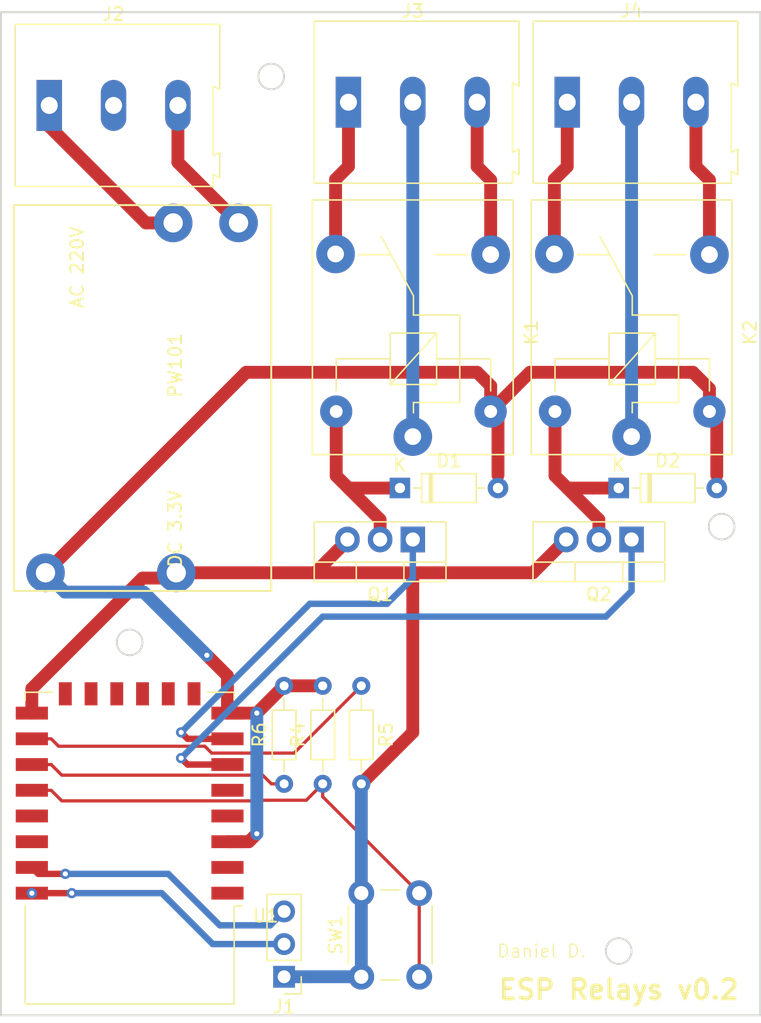
<source format=kicad_pcb>
(kicad_pcb (version 20171130) (host pcbnew 5.0.2-bee76a0~70~ubuntu18.04.1)

  (general
    (thickness 1.6)
    (drawings 10)
    (tracks 132)
    (zones 0)
    (modules 16)
    (nets 33)
  )

  (page A4)
  (layers
    (0 F.Cu signal)
    (31 B.Cu signal)
    (32 B.Adhes user hide)
    (33 F.Adhes user hide)
    (34 B.Paste user hide)
    (35 F.Paste user hide)
    (36 B.SilkS user)
    (37 F.SilkS user)
    (38 B.Mask user)
    (39 F.Mask user)
    (40 Dwgs.User user)
    (41 Cmts.User user)
    (42 Eco1.User user)
    (43 Eco2.User user)
    (44 Edge.Cuts user)
    (45 Margin user)
    (46 B.CrtYd user)
    (47 F.CrtYd user)
    (48 B.Fab user)
    (49 F.Fab user)
  )

  (setup
    (last_trace_width 0.25)
    (trace_clearance 0.2)
    (zone_clearance 0.508)
    (zone_45_only no)
    (trace_min 0.2)
    (segment_width 0.2)
    (edge_width 0.15)
    (via_size 0.8)
    (via_drill 0.4)
    (via_min_size 0.4)
    (via_min_drill 0.3)
    (uvia_size 0.3)
    (uvia_drill 0.1)
    (uvias_allowed no)
    (uvia_min_size 0.2)
    (uvia_min_drill 0.1)
    (pcb_text_width 0.3)
    (pcb_text_size 1.5 1.5)
    (mod_edge_width 0.15)
    (mod_text_size 1 1)
    (mod_text_width 0.15)
    (pad_size 1.524 1.524)
    (pad_drill 0.762)
    (pad_to_mask_clearance 0.051)
    (solder_mask_min_width 0.25)
    (aux_axis_origin 0 0)
    (visible_elements FFFFFF7F)
    (pcbplotparams
      (layerselection 0x010f0_ffffffff)
      (usegerberextensions false)
      (usegerberattributes false)
      (usegerberadvancedattributes false)
      (creategerberjobfile false)
      (excludeedgelayer true)
      (linewidth 0.100000)
      (plotframeref false)
      (viasonmask false)
      (mode 1)
      (useauxorigin false)
      (hpglpennumber 1)
      (hpglpenspeed 20)
      (hpglpendiameter 15.000000)
      (psnegative false)
      (psa4output false)
      (plotreference true)
      (plotvalue true)
      (plotinvisibletext false)
      (padsonsilk false)
      (subtractmaskfromsilk false)
      (outputformat 1)
      (mirror false)
      (drillshape 0)
      (scaleselection 1)
      (outputdirectory "v2/"))
  )

  (net 0 "")
  (net 1 "Net-(U1-Pad1)")
  (net 2 "Net-(U1-Pad2)")
  (net 3 "Net-(U1-Pad4)")
  (net 4 "Net-(U1-Pad5)")
  (net 5 "Net-(U1-Pad9)")
  (net 6 "Net-(U1-Pad10)")
  (net 7 "Net-(U1-Pad11)")
  (net 8 "Net-(U1-Pad12)")
  (net 9 "Net-(U1-Pad13)")
  (net 10 "Net-(U1-Pad14)")
  (net 11 "Net-(U1-Pad19)")
  (net 12 "Net-(U1-Pad20)")
  (net 13 N)
  (net 14 L)
  (net 15 "Net-(J2-Pad2)")
  (net 16 3V3)
  (net 17 GND)
  (net 18 UART_RX)
  (net 19 UART_TX)
  (net 20 COM1)
  (net 21 NC1)
  (net 22 NO1)
  (net 23 NO2)
  (net 24 NC2)
  (net 25 COM2)
  (net 26 IO1)
  (net 27 IO2)
  (net 28 "Net-(D1-Pad1)")
  (net 29 "Net-(D2-Pad1)")
  (net 30 BOOT2)
  (net 31 BOOT1)
  (net 32 FLASH)

  (net_class Default "Esta es la clase de red por defecto."
    (clearance 0.2)
    (trace_width 0.25)
    (via_dia 0.8)
    (via_drill 0.4)
    (uvia_dia 0.3)
    (uvia_drill 0.1)
    (add_net BOOT1)
    (add_net BOOT2)
    (add_net FLASH)
  )

  (net_class IO ""
    (clearance 0.2)
    (trace_width 0.5)
    (via_dia 0.8)
    (via_drill 0.4)
    (uvia_dia 0.3)
    (uvia_drill 0.1)
    (add_net IO1)
    (add_net IO2)
    (add_net "Net-(J2-Pad2)")
    (add_net "Net-(U1-Pad1)")
    (add_net "Net-(U1-Pad10)")
    (add_net "Net-(U1-Pad11)")
    (add_net "Net-(U1-Pad12)")
    (add_net "Net-(U1-Pad13)")
    (add_net "Net-(U1-Pad14)")
    (add_net "Net-(U1-Pad19)")
    (add_net "Net-(U1-Pad2)")
    (add_net "Net-(U1-Pad20)")
    (add_net "Net-(U1-Pad4)")
    (add_net "Net-(U1-Pad5)")
    (add_net "Net-(U1-Pad9)")
    (add_net UART_RX)
    (add_net UART_TX)
  )

  (net_class "Low Power" ""
    (clearance 0.2)
    (trace_width 1)
    (via_dia 0.8)
    (via_drill 0.4)
    (uvia_dia 0.3)
    (uvia_drill 0.1)
    (add_net 3V3)
    (add_net GND)
    (add_net "Net-(D1-Pad1)")
    (add_net "Net-(D2-Pad1)")
  )

  (net_class POWER ""
    (clearance 1)
    (trace_width 1)
    (via_dia 1)
    (via_drill 0.4)
    (uvia_dia 0.3)
    (uvia_drill 0.1)
    (add_net COM1)
    (add_net COM2)
    (add_net L)
    (add_net N)
    (add_net NC1)
    (add_net NC2)
    (add_net NO1)
    (add_net NO2)
  )

  (module RF_Module:ESP-12E (layer F.Cu) (tedit 5A030172) (tstamp 5C684A27)
    (at 23 78 180)
    (descr "Wi-Fi Module, http://wiki.ai-thinker.com/_media/esp8266/docs/aithinker_esp_12f_datasheet_en.pdf")
    (tags "Wi-Fi Module")
    (path /5C68441E)
    (attr smd)
    (fp_text reference U1 (at -10.56 -5.26 180) (layer F.SilkS)
      (effects (font (size 1 1) (thickness 0.15)))
    )
    (fp_text value ESP-12F (at -0.06 -12.78 180) (layer F.Fab)
      (effects (font (size 1 1) (thickness 0.15)))
    )
    (fp_line (start 5.56 -4.8) (end 8.12 -7.36) (layer Dwgs.User) (width 0.12))
    (fp_line (start 2.56 -4.8) (end 8.12 -10.36) (layer Dwgs.User) (width 0.12))
    (fp_line (start -0.44 -4.8) (end 6.88 -12.12) (layer Dwgs.User) (width 0.12))
    (fp_line (start -3.44 -4.8) (end 3.88 -12.12) (layer Dwgs.User) (width 0.12))
    (fp_line (start -6.44 -4.8) (end 0.88 -12.12) (layer Dwgs.User) (width 0.12))
    (fp_line (start -8.12 -6.12) (end -2.12 -12.12) (layer Dwgs.User) (width 0.12))
    (fp_line (start -8.12 -9.12) (end -5.12 -12.12) (layer Dwgs.User) (width 0.12))
    (fp_line (start -8.12 -4.8) (end -8.12 -12.12) (layer Dwgs.User) (width 0.12))
    (fp_line (start 8.12 -4.8) (end -8.12 -4.8) (layer Dwgs.User) (width 0.12))
    (fp_line (start 8.12 -12.12) (end 8.12 -4.8) (layer Dwgs.User) (width 0.12))
    (fp_line (start -8.12 -12.12) (end 8.12 -12.12) (layer Dwgs.User) (width 0.12))
    (fp_line (start -8.12 -4.5) (end -8.73 -4.5) (layer F.SilkS) (width 0.12))
    (fp_line (start -8.12 -4.5) (end -8.12 -12.12) (layer F.SilkS) (width 0.12))
    (fp_line (start -8.12 12.12) (end -8.12 11.5) (layer F.SilkS) (width 0.12))
    (fp_line (start -6 12.12) (end -8.12 12.12) (layer F.SilkS) (width 0.12))
    (fp_line (start 8.12 12.12) (end 6 12.12) (layer F.SilkS) (width 0.12))
    (fp_line (start 8.12 11.5) (end 8.12 12.12) (layer F.SilkS) (width 0.12))
    (fp_line (start 8.12 -12.12) (end 8.12 -4.5) (layer F.SilkS) (width 0.12))
    (fp_line (start -8.12 -12.12) (end 8.12 -12.12) (layer F.SilkS) (width 0.12))
    (fp_line (start -9.05 13.1) (end -9.05 -12.2) (layer F.CrtYd) (width 0.05))
    (fp_line (start 9.05 13.1) (end -9.05 13.1) (layer F.CrtYd) (width 0.05))
    (fp_line (start 9.05 -12.2) (end 9.05 13.1) (layer F.CrtYd) (width 0.05))
    (fp_line (start -9.05 -12.2) (end 9.05 -12.2) (layer F.CrtYd) (width 0.05))
    (fp_line (start -8 -4) (end -8 -12) (layer F.Fab) (width 0.12))
    (fp_line (start -7.5 -3.5) (end -8 -4) (layer F.Fab) (width 0.12))
    (fp_line (start -8 -3) (end -7.5 -3.5) (layer F.Fab) (width 0.12))
    (fp_line (start -8 12) (end -8 -3) (layer F.Fab) (width 0.12))
    (fp_line (start 8 12) (end -8 12) (layer F.Fab) (width 0.12))
    (fp_line (start 8 -12) (end 8 12) (layer F.Fab) (width 0.12))
    (fp_line (start -8 -12) (end 8 -12) (layer F.Fab) (width 0.12))
    (fp_text user %R (at 0.49 -0.8 180) (layer F.Fab)
      (effects (font (size 1 1) (thickness 0.15)))
    )
    (fp_text user "KEEP-OUT ZONE" (at 0.03 -9.55) (layer Cmts.User)
      (effects (font (size 1 1) (thickness 0.15)))
    )
    (fp_text user Antenna (at -0.06 -7) (layer Cmts.User)
      (effects (font (size 1 1) (thickness 0.15)))
    )
    (pad 22 smd rect (at 7.6 -3.5 180) (size 2.5 1) (layers F.Cu F.Paste F.Mask)
      (net 19 UART_TX))
    (pad 21 smd rect (at 7.6 -1.5 180) (size 2.5 1) (layers F.Cu F.Paste F.Mask)
      (net 18 UART_RX))
    (pad 20 smd rect (at 7.6 0.5 180) (size 2.5 1) (layers F.Cu F.Paste F.Mask)
      (net 12 "Net-(U1-Pad20)"))
    (pad 19 smd rect (at 7.6 2.5 180) (size 2.5 1) (layers F.Cu F.Paste F.Mask)
      (net 11 "Net-(U1-Pad19)"))
    (pad 18 smd rect (at 7.6 4.5 180) (size 2.5 1) (layers F.Cu F.Paste F.Mask)
      (net 32 FLASH))
    (pad 17 smd rect (at 7.6 6.5 180) (size 2.5 1) (layers F.Cu F.Paste F.Mask)
      (net 30 BOOT2))
    (pad 16 smd rect (at 7.6 8.5 180) (size 2.5 1) (layers F.Cu F.Paste F.Mask)
      (net 31 BOOT1))
    (pad 15 smd rect (at 7.6 10.5 180) (size 2.5 1) (layers F.Cu F.Paste F.Mask)
      (net 17 GND))
    (pad 14 smd rect (at 5 12 180) (size 1 1.8) (layers F.Cu F.Paste F.Mask)
      (net 10 "Net-(U1-Pad14)"))
    (pad 13 smd rect (at 3 12 180) (size 1 1.8) (layers F.Cu F.Paste F.Mask)
      (net 9 "Net-(U1-Pad13)"))
    (pad 12 smd rect (at 1 12 180) (size 1 1.8) (layers F.Cu F.Paste F.Mask)
      (net 8 "Net-(U1-Pad12)"))
    (pad 11 smd rect (at -1 12 180) (size 1 1.8) (layers F.Cu F.Paste F.Mask)
      (net 7 "Net-(U1-Pad11)"))
    (pad 10 smd rect (at -3 12 180) (size 1 1.8) (layers F.Cu F.Paste F.Mask)
      (net 6 "Net-(U1-Pad10)"))
    (pad 9 smd rect (at -5 12 180) (size 1 1.8) (layers F.Cu F.Paste F.Mask)
      (net 5 "Net-(U1-Pad9)"))
    (pad 8 smd rect (at -7.6 10.5 180) (size 2.5 1) (layers F.Cu F.Paste F.Mask)
      (net 16 3V3))
    (pad 7 smd rect (at -7.6 8.5 180) (size 2.5 1) (layers F.Cu F.Paste F.Mask)
      (net 26 IO1))
    (pad 6 smd rect (at -7.6 6.5 180) (size 2.5 1) (layers F.Cu F.Paste F.Mask)
      (net 27 IO2))
    (pad 5 smd rect (at -7.6 4.5 180) (size 2.5 1) (layers F.Cu F.Paste F.Mask)
      (net 4 "Net-(U1-Pad5)"))
    (pad 4 smd rect (at -7.6 2.5 180) (size 2.5 1) (layers F.Cu F.Paste F.Mask)
      (net 3 "Net-(U1-Pad4)"))
    (pad 3 smd rect (at -7.6 0.5 180) (size 2.5 1) (layers F.Cu F.Paste F.Mask)
      (net 16 3V3))
    (pad 2 smd rect (at -7.6 -1.5 180) (size 2.5 1) (layers F.Cu F.Paste F.Mask)
      (net 2 "Net-(U1-Pad2)"))
    (pad 1 smd rect (at -7.6 -3.5 180) (size 2.5 1) (layers F.Cu F.Paste F.Mask)
      (net 1 "Net-(U1-Pad1)"))
    (model ${KISYS3DMOD}/RF_Module.3dshapes/ESP-12E.wrl
      (at (xyz 0 0 0))
      (scale (xyz 1 1 1))
      (rotate (xyz 0 0 0))
    )
  )

  (module Package_TO_SOT_THT:TO-220-3_Vertical (layer F.Cu) (tedit 5AC8BA0D) (tstamp 5D3B7AA4)
    (at 62 54 180)
    (descr "TO-220-3, Vertical, RM 2.54mm, see https://www.vishay.com/docs/66542/to-220-1.pdf")
    (tags "TO-220-3 Vertical RM 2.54mm")
    (path /5D3B8BED)
    (fp_text reference Q2 (at 2.54 -4.27 180) (layer F.SilkS)
      (effects (font (size 1 1) (thickness 0.15)))
    )
    (fp_text value IRLZ44N (at 2.54 2.5 180) (layer F.Fab)
      (effects (font (size 1 1) (thickness 0.15)))
    )
    (fp_text user %R (at 2.54 -4.27 180) (layer F.Fab)
      (effects (font (size 1 1) (thickness 0.15)))
    )
    (fp_line (start 7.79 -3.4) (end -2.71 -3.4) (layer F.CrtYd) (width 0.05))
    (fp_line (start 7.79 1.51) (end 7.79 -3.4) (layer F.CrtYd) (width 0.05))
    (fp_line (start -2.71 1.51) (end 7.79 1.51) (layer F.CrtYd) (width 0.05))
    (fp_line (start -2.71 -3.4) (end -2.71 1.51) (layer F.CrtYd) (width 0.05))
    (fp_line (start 4.391 -3.27) (end 4.391 -1.76) (layer F.SilkS) (width 0.12))
    (fp_line (start 0.69 -3.27) (end 0.69 -1.76) (layer F.SilkS) (width 0.12))
    (fp_line (start -2.58 -1.76) (end 7.66 -1.76) (layer F.SilkS) (width 0.12))
    (fp_line (start 7.66 -3.27) (end 7.66 1.371) (layer F.SilkS) (width 0.12))
    (fp_line (start -2.58 -3.27) (end -2.58 1.371) (layer F.SilkS) (width 0.12))
    (fp_line (start -2.58 1.371) (end 7.66 1.371) (layer F.SilkS) (width 0.12))
    (fp_line (start -2.58 -3.27) (end 7.66 -3.27) (layer F.SilkS) (width 0.12))
    (fp_line (start 4.39 -3.15) (end 4.39 -1.88) (layer F.Fab) (width 0.1))
    (fp_line (start 0.69 -3.15) (end 0.69 -1.88) (layer F.Fab) (width 0.1))
    (fp_line (start -2.46 -1.88) (end 7.54 -1.88) (layer F.Fab) (width 0.1))
    (fp_line (start 7.54 -3.15) (end -2.46 -3.15) (layer F.Fab) (width 0.1))
    (fp_line (start 7.54 1.25) (end 7.54 -3.15) (layer F.Fab) (width 0.1))
    (fp_line (start -2.46 1.25) (end 7.54 1.25) (layer F.Fab) (width 0.1))
    (fp_line (start -2.46 -3.15) (end -2.46 1.25) (layer F.Fab) (width 0.1))
    (pad 3 thru_hole oval (at 5.08 0 180) (size 1.905 2) (drill 1.1) (layers *.Cu *.Mask)
      (net 17 GND))
    (pad 2 thru_hole oval (at 2.54 0 180) (size 1.905 2) (drill 1.1) (layers *.Cu *.Mask)
      (net 29 "Net-(D2-Pad1)"))
    (pad 1 thru_hole rect (at 0 0 180) (size 1.905 2) (drill 1.1) (layers *.Cu *.Mask)
      (net 27 IO2))
    (model ${KISYS3DMOD}/Package_TO_SOT_THT.3dshapes/TO-220-3_Vertical.wrl
      (at (xyz 0 0 0))
      (scale (xyz 1 1 1))
      (rotate (xyz 0 0 0))
    )
  )

  (module Package_TO_SOT_THT:TO-220-3_Vertical (layer F.Cu) (tedit 5AC8BA0D) (tstamp 5D3B7A8B)
    (at 45 54 180)
    (descr "TO-220-3, Vertical, RM 2.54mm, see https://www.vishay.com/docs/66542/to-220-1.pdf")
    (tags "TO-220-3 Vertical RM 2.54mm")
    (path /5D3B8B45)
    (fp_text reference Q1 (at 2.54 -4.27 180) (layer F.SilkS)
      (effects (font (size 1 1) (thickness 0.15)))
    )
    (fp_text value IRLZ44N (at 2.54 2.5 180) (layer F.Fab)
      (effects (font (size 1 1) (thickness 0.15)))
    )
    (fp_text user %R (at 2.54 -4.27 180) (layer F.Fab)
      (effects (font (size 1 1) (thickness 0.15)))
    )
    (fp_line (start 7.79 -3.4) (end -2.71 -3.4) (layer F.CrtYd) (width 0.05))
    (fp_line (start 7.79 1.51) (end 7.79 -3.4) (layer F.CrtYd) (width 0.05))
    (fp_line (start -2.71 1.51) (end 7.79 1.51) (layer F.CrtYd) (width 0.05))
    (fp_line (start -2.71 -3.4) (end -2.71 1.51) (layer F.CrtYd) (width 0.05))
    (fp_line (start 4.391 -3.27) (end 4.391 -1.76) (layer F.SilkS) (width 0.12))
    (fp_line (start 0.69 -3.27) (end 0.69 -1.76) (layer F.SilkS) (width 0.12))
    (fp_line (start -2.58 -1.76) (end 7.66 -1.76) (layer F.SilkS) (width 0.12))
    (fp_line (start 7.66 -3.27) (end 7.66 1.371) (layer F.SilkS) (width 0.12))
    (fp_line (start -2.58 -3.27) (end -2.58 1.371) (layer F.SilkS) (width 0.12))
    (fp_line (start -2.58 1.371) (end 7.66 1.371) (layer F.SilkS) (width 0.12))
    (fp_line (start -2.58 -3.27) (end 7.66 -3.27) (layer F.SilkS) (width 0.12))
    (fp_line (start 4.39 -3.15) (end 4.39 -1.88) (layer F.Fab) (width 0.1))
    (fp_line (start 0.69 -3.15) (end 0.69 -1.88) (layer F.Fab) (width 0.1))
    (fp_line (start -2.46 -1.88) (end 7.54 -1.88) (layer F.Fab) (width 0.1))
    (fp_line (start 7.54 -3.15) (end -2.46 -3.15) (layer F.Fab) (width 0.1))
    (fp_line (start 7.54 1.25) (end 7.54 -3.15) (layer F.Fab) (width 0.1))
    (fp_line (start -2.46 1.25) (end 7.54 1.25) (layer F.Fab) (width 0.1))
    (fp_line (start -2.46 -3.15) (end -2.46 1.25) (layer F.Fab) (width 0.1))
    (pad 3 thru_hole oval (at 5.08 0 180) (size 1.905 2) (drill 1.1) (layers *.Cu *.Mask)
      (net 17 GND))
    (pad 2 thru_hole oval (at 2.54 0 180) (size 1.905 2) (drill 1.1) (layers *.Cu *.Mask)
      (net 28 "Net-(D1-Pad1)"))
    (pad 1 thru_hole rect (at 0 0 180) (size 1.905 2) (drill 1.1) (layers *.Cu *.Mask)
      (net 26 IO1))
    (model ${KISYS3DMOD}/Package_TO_SOT_THT.3dshapes/TO-220-3_Vertical.wrl
      (at (xyz 0 0 0))
      (scale (xyz 1 1 1))
      (rotate (xyz 0 0 0))
    )
  )

  (module Button_Switch_THT:SW_PUSH_6mm (layer F.Cu) (tedit 5A02FE31) (tstamp 5CAD2194)
    (at 41 88 90)
    (descr https://www.omron.com/ecb/products/pdf/en-b3f.pdf)
    (tags "tact sw push 6mm")
    (path /5C68C11D)
    (fp_text reference SW1 (at 3.25 -2 90) (layer F.SilkS)
      (effects (font (size 1 1) (thickness 0.15)))
    )
    (fp_text value SW_Push (at 3.75 6.7 90) (layer F.Fab)
      (effects (font (size 1 1) (thickness 0.15)))
    )
    (fp_circle (center 3.25 2.25) (end 1.25 2.5) (layer F.Fab) (width 0.1))
    (fp_line (start 6.75 3) (end 6.75 1.5) (layer F.SilkS) (width 0.12))
    (fp_line (start 5.5 -1) (end 1 -1) (layer F.SilkS) (width 0.12))
    (fp_line (start -0.25 1.5) (end -0.25 3) (layer F.SilkS) (width 0.12))
    (fp_line (start 1 5.5) (end 5.5 5.5) (layer F.SilkS) (width 0.12))
    (fp_line (start 8 -1.25) (end 8 5.75) (layer F.CrtYd) (width 0.05))
    (fp_line (start 7.75 6) (end -1.25 6) (layer F.CrtYd) (width 0.05))
    (fp_line (start -1.5 5.75) (end -1.5 -1.25) (layer F.CrtYd) (width 0.05))
    (fp_line (start -1.25 -1.5) (end 7.75 -1.5) (layer F.CrtYd) (width 0.05))
    (fp_line (start -1.5 6) (end -1.25 6) (layer F.CrtYd) (width 0.05))
    (fp_line (start -1.5 5.75) (end -1.5 6) (layer F.CrtYd) (width 0.05))
    (fp_line (start -1.5 -1.5) (end -1.25 -1.5) (layer F.CrtYd) (width 0.05))
    (fp_line (start -1.5 -1.25) (end -1.5 -1.5) (layer F.CrtYd) (width 0.05))
    (fp_line (start 8 -1.5) (end 8 -1.25) (layer F.CrtYd) (width 0.05))
    (fp_line (start 7.75 -1.5) (end 8 -1.5) (layer F.CrtYd) (width 0.05))
    (fp_line (start 8 6) (end 8 5.75) (layer F.CrtYd) (width 0.05))
    (fp_line (start 7.75 6) (end 8 6) (layer F.CrtYd) (width 0.05))
    (fp_line (start 0.25 -0.75) (end 3.25 -0.75) (layer F.Fab) (width 0.1))
    (fp_line (start 0.25 5.25) (end 0.25 -0.75) (layer F.Fab) (width 0.1))
    (fp_line (start 6.25 5.25) (end 0.25 5.25) (layer F.Fab) (width 0.1))
    (fp_line (start 6.25 -0.75) (end 6.25 5.25) (layer F.Fab) (width 0.1))
    (fp_line (start 3.25 -0.75) (end 6.25 -0.75) (layer F.Fab) (width 0.1))
    (fp_text user %R (at 3.25 2.25 90) (layer F.Fab)
      (effects (font (size 1 1) (thickness 0.15)))
    )
    (pad 1 thru_hole circle (at 6.5 0 180) (size 2 2) (drill 1.1) (layers *.Cu *.Mask)
      (net 17 GND))
    (pad 2 thru_hole circle (at 6.5 4.5 180) (size 2 2) (drill 1.1) (layers *.Cu *.Mask)
      (net 32 FLASH))
    (pad 1 thru_hole circle (at 0 0 180) (size 2 2) (drill 1.1) (layers *.Cu *.Mask)
      (net 17 GND))
    (pad 2 thru_hole circle (at 0 4.5 180) (size 2 2) (drill 1.1) (layers *.Cu *.Mask)
      (net 32 FLASH))
    (model ${KISYS3DMOD}/Button_Switch_THT.3dshapes/SW_PUSH_6mm.wrl
      (at (xyz 0 0 0))
      (scale (xyz 1 1 1))
      (rotate (xyz 0 0 0))
    )
  )

  (module Resistor_THT:R_Axial_DIN0204_L3.6mm_D1.6mm_P7.62mm_Horizontal (layer F.Cu) (tedit 5AE5139B) (tstamp 5CAD1F07)
    (at 38 73 90)
    (descr "Resistor, Axial_DIN0204 series, Axial, Horizontal, pin pitch=7.62mm, 0.167W, length*diameter=3.6*1.6mm^2, http://cdn-reichelt.de/documents/datenblatt/B400/1_4W%23YAG.pdf")
    (tags "Resistor Axial_DIN0204 series Axial Horizontal pin pitch 7.62mm 0.167W length 3.6mm diameter 1.6mm")
    (path /5C68C428)
    (fp_text reference R4 (at 3.81 -1.92 90) (layer F.SilkS)
      (effects (font (size 1 1) (thickness 0.15)))
    )
    (fp_text value R (at 3.81 1.92 90) (layer F.Fab)
      (effects (font (size 1 1) (thickness 0.15)))
    )
    (fp_text user %R (at 3.81 0 90) (layer F.Fab)
      (effects (font (size 0.72 0.72) (thickness 0.108)))
    )
    (fp_line (start 8.57 -1.05) (end -0.95 -1.05) (layer F.CrtYd) (width 0.05))
    (fp_line (start 8.57 1.05) (end 8.57 -1.05) (layer F.CrtYd) (width 0.05))
    (fp_line (start -0.95 1.05) (end 8.57 1.05) (layer F.CrtYd) (width 0.05))
    (fp_line (start -0.95 -1.05) (end -0.95 1.05) (layer F.CrtYd) (width 0.05))
    (fp_line (start 6.68 0) (end 5.73 0) (layer F.SilkS) (width 0.12))
    (fp_line (start 0.94 0) (end 1.89 0) (layer F.SilkS) (width 0.12))
    (fp_line (start 5.73 -0.92) (end 1.89 -0.92) (layer F.SilkS) (width 0.12))
    (fp_line (start 5.73 0.92) (end 5.73 -0.92) (layer F.SilkS) (width 0.12))
    (fp_line (start 1.89 0.92) (end 5.73 0.92) (layer F.SilkS) (width 0.12))
    (fp_line (start 1.89 -0.92) (end 1.89 0.92) (layer F.SilkS) (width 0.12))
    (fp_line (start 7.62 0) (end 5.61 0) (layer F.Fab) (width 0.1))
    (fp_line (start 0 0) (end 2.01 0) (layer F.Fab) (width 0.1))
    (fp_line (start 5.61 -0.8) (end 2.01 -0.8) (layer F.Fab) (width 0.1))
    (fp_line (start 5.61 0.8) (end 5.61 -0.8) (layer F.Fab) (width 0.1))
    (fp_line (start 2.01 0.8) (end 5.61 0.8) (layer F.Fab) (width 0.1))
    (fp_line (start 2.01 -0.8) (end 2.01 0.8) (layer F.Fab) (width 0.1))
    (pad 2 thru_hole oval (at 7.62 0 90) (size 1.4 1.4) (drill 0.7) (layers *.Cu *.Mask)
      (net 16 3V3))
    (pad 1 thru_hole circle (at 0 0 90) (size 1.4 1.4) (drill 0.7) (layers *.Cu *.Mask)
      (net 32 FLASH))
    (model ${KISYS3DMOD}/Resistor_THT.3dshapes/R_Axial_DIN0204_L3.6mm_D1.6mm_P7.62mm_Horizontal.wrl
      (at (xyz 0 0 0))
      (scale (xyz 1 1 1))
      (rotate (xyz 0 0 0))
    )
  )

  (module Resistor_THT:R_Axial_DIN0204_L3.6mm_D1.6mm_P7.62mm_Horizontal (layer F.Cu) (tedit 5AE5139B) (tstamp 5CAD1EF0)
    (at 41 65.38 270)
    (descr "Resistor, Axial_DIN0204 series, Axial, Horizontal, pin pitch=7.62mm, 0.167W, length*diameter=3.6*1.6mm^2, http://cdn-reichelt.de/documents/datenblatt/B400/1_4W%23YAG.pdf")
    (tags "Resistor Axial_DIN0204 series Axial Horizontal pin pitch 7.62mm 0.167W length 3.6mm diameter 1.6mm")
    (path /5C6912D9)
    (fp_text reference R5 (at 3.81 -1.92 270) (layer F.SilkS)
      (effects (font (size 1 1) (thickness 0.15)))
    )
    (fp_text value R (at 3.81 1.92 270) (layer F.Fab)
      (effects (font (size 1 1) (thickness 0.15)))
    )
    (fp_text user %R (at 3.81 0 270) (layer F.Fab)
      (effects (font (size 0.72 0.72) (thickness 0.108)))
    )
    (fp_line (start 8.57 -1.05) (end -0.95 -1.05) (layer F.CrtYd) (width 0.05))
    (fp_line (start 8.57 1.05) (end 8.57 -1.05) (layer F.CrtYd) (width 0.05))
    (fp_line (start -0.95 1.05) (end 8.57 1.05) (layer F.CrtYd) (width 0.05))
    (fp_line (start -0.95 -1.05) (end -0.95 1.05) (layer F.CrtYd) (width 0.05))
    (fp_line (start 6.68 0) (end 5.73 0) (layer F.SilkS) (width 0.12))
    (fp_line (start 0.94 0) (end 1.89 0) (layer F.SilkS) (width 0.12))
    (fp_line (start 5.73 -0.92) (end 1.89 -0.92) (layer F.SilkS) (width 0.12))
    (fp_line (start 5.73 0.92) (end 5.73 -0.92) (layer F.SilkS) (width 0.12))
    (fp_line (start 1.89 0.92) (end 5.73 0.92) (layer F.SilkS) (width 0.12))
    (fp_line (start 1.89 -0.92) (end 1.89 0.92) (layer F.SilkS) (width 0.12))
    (fp_line (start 7.62 0) (end 5.61 0) (layer F.Fab) (width 0.1))
    (fp_line (start 0 0) (end 2.01 0) (layer F.Fab) (width 0.1))
    (fp_line (start 5.61 -0.8) (end 2.01 -0.8) (layer F.Fab) (width 0.1))
    (fp_line (start 5.61 0.8) (end 5.61 -0.8) (layer F.Fab) (width 0.1))
    (fp_line (start 2.01 0.8) (end 5.61 0.8) (layer F.Fab) (width 0.1))
    (fp_line (start 2.01 -0.8) (end 2.01 0.8) (layer F.Fab) (width 0.1))
    (pad 2 thru_hole oval (at 7.62 0 270) (size 1.4 1.4) (drill 0.7) (layers *.Cu *.Mask)
      (net 17 GND))
    (pad 1 thru_hole circle (at 0 0 270) (size 1.4 1.4) (drill 0.7) (layers *.Cu *.Mask)
      (net 31 BOOT1))
    (model ${KISYS3DMOD}/Resistor_THT.3dshapes/R_Axial_DIN0204_L3.6mm_D1.6mm_P7.62mm_Horizontal.wrl
      (at (xyz 0 0 0))
      (scale (xyz 1 1 1))
      (rotate (xyz 0 0 0))
    )
  )

  (module Resistor_THT:R_Axial_DIN0204_L3.6mm_D1.6mm_P7.62mm_Horizontal (layer F.Cu) (tedit 5AE5139B) (tstamp 5CAD1ED9)
    (at 35 73 90)
    (descr "Resistor, Axial_DIN0204 series, Axial, Horizontal, pin pitch=7.62mm, 0.167W, length*diameter=3.6*1.6mm^2, http://cdn-reichelt.de/documents/datenblatt/B400/1_4W%23YAG.pdf")
    (tags "Resistor Axial_DIN0204 series Axial Horizontal pin pitch 7.62mm 0.167W length 3.6mm diameter 1.6mm")
    (path /5C68DEAB)
    (fp_text reference R6 (at 3.81 -1.92 90) (layer F.SilkS)
      (effects (font (size 1 1) (thickness 0.15)))
    )
    (fp_text value R (at 3.81 1.92 90) (layer F.Fab)
      (effects (font (size 1 1) (thickness 0.15)))
    )
    (fp_text user %R (at 3.81 0 90) (layer F.Fab)
      (effects (font (size 0.72 0.72) (thickness 0.108)))
    )
    (fp_line (start 8.57 -1.05) (end -0.95 -1.05) (layer F.CrtYd) (width 0.05))
    (fp_line (start 8.57 1.05) (end 8.57 -1.05) (layer F.CrtYd) (width 0.05))
    (fp_line (start -0.95 1.05) (end 8.57 1.05) (layer F.CrtYd) (width 0.05))
    (fp_line (start -0.95 -1.05) (end -0.95 1.05) (layer F.CrtYd) (width 0.05))
    (fp_line (start 6.68 0) (end 5.73 0) (layer F.SilkS) (width 0.12))
    (fp_line (start 0.94 0) (end 1.89 0) (layer F.SilkS) (width 0.12))
    (fp_line (start 5.73 -0.92) (end 1.89 -0.92) (layer F.SilkS) (width 0.12))
    (fp_line (start 5.73 0.92) (end 5.73 -0.92) (layer F.SilkS) (width 0.12))
    (fp_line (start 1.89 0.92) (end 5.73 0.92) (layer F.SilkS) (width 0.12))
    (fp_line (start 1.89 -0.92) (end 1.89 0.92) (layer F.SilkS) (width 0.12))
    (fp_line (start 7.62 0) (end 5.61 0) (layer F.Fab) (width 0.1))
    (fp_line (start 0 0) (end 2.01 0) (layer F.Fab) (width 0.1))
    (fp_line (start 5.61 -0.8) (end 2.01 -0.8) (layer F.Fab) (width 0.1))
    (fp_line (start 5.61 0.8) (end 5.61 -0.8) (layer F.Fab) (width 0.1))
    (fp_line (start 2.01 0.8) (end 5.61 0.8) (layer F.Fab) (width 0.1))
    (fp_line (start 2.01 -0.8) (end 2.01 0.8) (layer F.Fab) (width 0.1))
    (pad 2 thru_hole oval (at 7.62 0 90) (size 1.4 1.4) (drill 0.7) (layers *.Cu *.Mask)
      (net 16 3V3))
    (pad 1 thru_hole circle (at 0 0 90) (size 1.4 1.4) (drill 0.7) (layers *.Cu *.Mask)
      (net 30 BOOT2))
    (model ${KISYS3DMOD}/Resistor_THT.3dshapes/R_Axial_DIN0204_L3.6mm_D1.6mm_P7.62mm_Horizontal.wrl
      (at (xyz 0 0 0))
      (scale (xyz 1 1 1))
      (rotate (xyz 0 0 0))
    )
  )

  (module PowerModule:Relay_SPDT_SANYOU_SRD_Series_Form_C (layer F.Cu) (tedit 5C68866F) (tstamp 5CA1D585)
    (at 62 46 90)
    (descr "relay Sanyou SRD series Form C http://www.sanyourelay.ca/public/products/pdf/SRD.pdf")
    (tags "relay Sanyu SRD form C")
    (path /5C689369)
    (fp_text reference K2 (at 8.1 9.2 90) (layer F.SilkS)
      (effects (font (size 1 1) (thickness 0.15)))
    )
    (fp_text value RL2 (at 8 -9.6 90) (layer F.Fab)
      (effects (font (size 1 1) (thickness 0.15)))
    )
    (fp_line (start 8.05 1.85) (end 4.05 1.85) (layer F.SilkS) (width 0.12))
    (fp_line (start 8.05 -1.75) (end 8.05 1.85) (layer F.SilkS) (width 0.12))
    (fp_line (start 4.05 -1.75) (end 8.05 -1.75) (layer F.SilkS) (width 0.12))
    (fp_line (start 4.05 1.85) (end 4.05 -1.75) (layer F.SilkS) (width 0.12))
    (fp_line (start 8.05 1.85) (end 4.05 -1.75) (layer F.SilkS) (width 0.12))
    (fp_line (start 6.05 1.85) (end 6.05 6.05) (layer F.SilkS) (width 0.12))
    (fp_line (start 6.05 -5.95) (end 6.05 -1.75) (layer F.SilkS) (width 0.12))
    (fp_line (start 2.65 0.05) (end 2.65 3.65) (layer F.SilkS) (width 0.12))
    (fp_line (start 9.45 0.05) (end 9.45 3.65) (layer F.SilkS) (width 0.12))
    (fp_line (start 9.45 3.65) (end 2.65 3.65) (layer F.SilkS) (width 0.12))
    (fp_line (start 10.95 0.05) (end 15.55 -2.45) (layer F.SilkS) (width 0.12))
    (fp_line (start 9.45 0.05) (end 10.95 0.05) (layer F.SilkS) (width 0.12))
    (fp_line (start 6.05 -5.95) (end 3.55 -5.95) (layer F.SilkS) (width 0.12))
    (fp_line (start 2.65 0.05) (end 1.85 0.05) (layer F.SilkS) (width 0.12))
    (fp_line (start 3.55 6.05) (end 6.05 6.05) (layer F.SilkS) (width 0.12))
    (fp_line (start 14.15 -4.2) (end 14.15 -1.7) (layer F.SilkS) (width 0.12))
    (fp_line (start 14.15 4.2) (end 14.15 1.75) (layer F.SilkS) (width 0.12))
    (fp_line (start -1.55 7.95) (end 18.55 7.95) (layer F.CrtYd) (width 0.05))
    (fp_line (start 18.55 -7.95) (end 18.55 7.95) (layer F.CrtYd) (width 0.05))
    (fp_line (start -1.55 7.95) (end -1.55 -7.95) (layer F.CrtYd) (width 0.05))
    (fp_line (start 18.55 -7.95) (end -1.55 -7.95) (layer F.CrtYd) (width 0.05))
    (fp_text user %R (at 7.1 0.025 90) (layer F.Fab)
      (effects (font (size 1 1) (thickness 0.15)))
    )
    (fp_line (start -1.3 7.7) (end -1.3 -7.7) (layer F.Fab) (width 0.12))
    (fp_line (start 18.3 7.7) (end -1.3 7.7) (layer F.Fab) (width 0.12))
    (fp_line (start 18.3 -7.7) (end 18.3 7.7) (layer F.Fab) (width 0.12))
    (fp_line (start -1.3 -7.7) (end 18.3 -7.7) (layer F.Fab) (width 0.12))
    (fp_text user 1 (at 0 -2.3 90) (layer F.Fab)
      (effects (font (size 1 1) (thickness 0.15)))
    )
    (fp_line (start 18.4 7.8) (end -1.4 7.8) (layer F.SilkS) (width 0.12))
    (fp_line (start 18.4 -7.8) (end 18.4 7.8) (layer F.SilkS) (width 0.12))
    (fp_line (start -1.4 -7.8) (end 18.4 -7.8) (layer F.SilkS) (width 0.12))
    (fp_line (start -1.4 -7.8) (end -1.4 -1.2) (layer F.SilkS) (width 0.12))
    (fp_line (start -1.4 1.2) (end -1.4 7.8) (layer F.SilkS) (width 0.12))
    (pad 5 thru_hole circle (at 0 0 180) (size 3 3) (drill 1.3) (layers *.Cu *.Mask)
      (net 25 COM2))
    (pad 4 thru_hole circle (at 1.95 -5.95 180) (size 2.5 2.5) (drill 1) (layers *.Cu *.Mask)
      (net 29 "Net-(D2-Pad1)"))
    (pad 2 thru_hole circle (at 14.2 -6 180) (size 3 3) (drill 1.3) (layers *.Cu *.Mask)
      (net 24 NC2))
    (pad 1 thru_hole circle (at 14.15 6.05 180) (size 3 3) (drill 1.3) (layers *.Cu *.Mask)
      (net 23 NO2))
    (pad 3 thru_hole circle (at 1.95 6.05 180) (size 2.5 2.5) (drill 1) (layers *.Cu *.Mask)
      (net 16 3V3))
    (model ${KISYS3DMOD}/Relay_THT.3dshapes/Relay_SPDT_SANYOU_SRD_Series_Form_C.wrl
      (at (xyz 0 0 0))
      (scale (xyz 1 1 1))
      (rotate (xyz 0 0 0))
    )
  )

  (module PowerModule:Relay_SPDT_SANYOU_SRD_Series_Form_C (layer F.Cu) (tedit 5C68866F) (tstamp 5CA1D55D)
    (at 45 46 90)
    (descr "relay Sanyou SRD series Form C http://www.sanyourelay.ca/public/products/pdf/SRD.pdf")
    (tags "relay Sanyu SRD form C")
    (path /5C687123)
    (fp_text reference K1 (at 8.1 9.2 90) (layer F.SilkS)
      (effects (font (size 1 1) (thickness 0.15)))
    )
    (fp_text value RL1 (at 8 -9.6 90) (layer F.Fab)
      (effects (font (size 1 1) (thickness 0.15)))
    )
    (fp_line (start 8.05 1.85) (end 4.05 1.85) (layer F.SilkS) (width 0.12))
    (fp_line (start 8.05 -1.75) (end 8.05 1.85) (layer F.SilkS) (width 0.12))
    (fp_line (start 4.05 -1.75) (end 8.05 -1.75) (layer F.SilkS) (width 0.12))
    (fp_line (start 4.05 1.85) (end 4.05 -1.75) (layer F.SilkS) (width 0.12))
    (fp_line (start 8.05 1.85) (end 4.05 -1.75) (layer F.SilkS) (width 0.12))
    (fp_line (start 6.05 1.85) (end 6.05 6.05) (layer F.SilkS) (width 0.12))
    (fp_line (start 6.05 -5.95) (end 6.05 -1.75) (layer F.SilkS) (width 0.12))
    (fp_line (start 2.65 0.05) (end 2.65 3.65) (layer F.SilkS) (width 0.12))
    (fp_line (start 9.45 0.05) (end 9.45 3.65) (layer F.SilkS) (width 0.12))
    (fp_line (start 9.45 3.65) (end 2.65 3.65) (layer F.SilkS) (width 0.12))
    (fp_line (start 10.95 0.05) (end 15.55 -2.45) (layer F.SilkS) (width 0.12))
    (fp_line (start 9.45 0.05) (end 10.95 0.05) (layer F.SilkS) (width 0.12))
    (fp_line (start 6.05 -5.95) (end 3.55 -5.95) (layer F.SilkS) (width 0.12))
    (fp_line (start 2.65 0.05) (end 1.85 0.05) (layer F.SilkS) (width 0.12))
    (fp_line (start 3.55 6.05) (end 6.05 6.05) (layer F.SilkS) (width 0.12))
    (fp_line (start 14.15 -4.2) (end 14.15 -1.7) (layer F.SilkS) (width 0.12))
    (fp_line (start 14.15 4.2) (end 14.15 1.75) (layer F.SilkS) (width 0.12))
    (fp_line (start -1.55 7.95) (end 18.55 7.95) (layer F.CrtYd) (width 0.05))
    (fp_line (start 18.55 -7.95) (end 18.55 7.95) (layer F.CrtYd) (width 0.05))
    (fp_line (start -1.55 7.95) (end -1.55 -7.95) (layer F.CrtYd) (width 0.05))
    (fp_line (start 18.55 -7.95) (end -1.55 -7.95) (layer F.CrtYd) (width 0.05))
    (fp_text user %R (at 7.1 0.025 90) (layer F.Fab)
      (effects (font (size 1 1) (thickness 0.15)))
    )
    (fp_line (start -1.3 7.7) (end -1.3 -7.7) (layer F.Fab) (width 0.12))
    (fp_line (start 18.3 7.7) (end -1.3 7.7) (layer F.Fab) (width 0.12))
    (fp_line (start 18.3 -7.7) (end 18.3 7.7) (layer F.Fab) (width 0.12))
    (fp_line (start -1.3 -7.7) (end 18.3 -7.7) (layer F.Fab) (width 0.12))
    (fp_text user 1 (at 0 -2.3 90) (layer F.Fab)
      (effects (font (size 1 1) (thickness 0.15)))
    )
    (fp_line (start 18.4 7.8) (end -1.4 7.8) (layer F.SilkS) (width 0.12))
    (fp_line (start 18.4 -7.8) (end 18.4 7.8) (layer F.SilkS) (width 0.12))
    (fp_line (start -1.4 -7.8) (end 18.4 -7.8) (layer F.SilkS) (width 0.12))
    (fp_line (start -1.4 -7.8) (end -1.4 -1.2) (layer F.SilkS) (width 0.12))
    (fp_line (start -1.4 1.2) (end -1.4 7.8) (layer F.SilkS) (width 0.12))
    (pad 5 thru_hole circle (at 0 0 180) (size 3 3) (drill 1.3) (layers *.Cu *.Mask)
      (net 20 COM1))
    (pad 4 thru_hole circle (at 1.95 -5.95 180) (size 2.5 2.5) (drill 1) (layers *.Cu *.Mask)
      (net 28 "Net-(D1-Pad1)"))
    (pad 2 thru_hole circle (at 14.2 -6 180) (size 3 3) (drill 1.3) (layers *.Cu *.Mask)
      (net 21 NC1))
    (pad 1 thru_hole circle (at 14.15 6.05 180) (size 3 3) (drill 1.3) (layers *.Cu *.Mask)
      (net 22 NO1))
    (pad 3 thru_hole circle (at 1.95 6.05 180) (size 2.5 2.5) (drill 1) (layers *.Cu *.Mask)
      (net 16 3V3))
    (model ${KISYS3DMOD}/Relay_THT.3dshapes/Relay_SPDT_SANYOU_SRD_Series_Form_C.wrl
      (at (xyz 0 0 0))
      (scale (xyz 1 1 1))
      (rotate (xyz 0 0 0))
    )
  )

  (module Diode_THT:D_DO-35_SOD27_P7.62mm_Horizontal (layer F.Cu) (tedit 5AE50CD5) (tstamp 5C8B4B02)
    (at 61 50)
    (descr "Diode, DO-35_SOD27 series, Axial, Horizontal, pin pitch=7.62mm, , length*diameter=4*2mm^2, , http://www.diodes.com/_files/packages/DO-35.pdf")
    (tags "Diode DO-35_SOD27 series Axial Horizontal pin pitch 7.62mm  length 4mm diameter 2mm")
    (path /5C68937C)
    (fp_text reference D2 (at 3.81 -2.12) (layer F.SilkS)
      (effects (font (size 1 1) (thickness 0.15)))
    )
    (fp_text value D (at 3.81 2.12) (layer F.Fab)
      (effects (font (size 1 1) (thickness 0.15)))
    )
    (fp_text user K (at 0 -1.8) (layer F.SilkS)
      (effects (font (size 1 1) (thickness 0.15)))
    )
    (fp_text user K (at 0 -1.8) (layer F.Fab)
      (effects (font (size 1 1) (thickness 0.15)))
    )
    (fp_text user %R (at 4.11 0) (layer F.Fab)
      (effects (font (size 0.8 0.8) (thickness 0.12)))
    )
    (fp_line (start 8.67 -1.25) (end -1.05 -1.25) (layer F.CrtYd) (width 0.05))
    (fp_line (start 8.67 1.25) (end 8.67 -1.25) (layer F.CrtYd) (width 0.05))
    (fp_line (start -1.05 1.25) (end 8.67 1.25) (layer F.CrtYd) (width 0.05))
    (fp_line (start -1.05 -1.25) (end -1.05 1.25) (layer F.CrtYd) (width 0.05))
    (fp_line (start 2.29 -1.12) (end 2.29 1.12) (layer F.SilkS) (width 0.12))
    (fp_line (start 2.53 -1.12) (end 2.53 1.12) (layer F.SilkS) (width 0.12))
    (fp_line (start 2.41 -1.12) (end 2.41 1.12) (layer F.SilkS) (width 0.12))
    (fp_line (start 6.58 0) (end 5.93 0) (layer F.SilkS) (width 0.12))
    (fp_line (start 1.04 0) (end 1.69 0) (layer F.SilkS) (width 0.12))
    (fp_line (start 5.93 -1.12) (end 1.69 -1.12) (layer F.SilkS) (width 0.12))
    (fp_line (start 5.93 1.12) (end 5.93 -1.12) (layer F.SilkS) (width 0.12))
    (fp_line (start 1.69 1.12) (end 5.93 1.12) (layer F.SilkS) (width 0.12))
    (fp_line (start 1.69 -1.12) (end 1.69 1.12) (layer F.SilkS) (width 0.12))
    (fp_line (start 2.31 -1) (end 2.31 1) (layer F.Fab) (width 0.1))
    (fp_line (start 2.51 -1) (end 2.51 1) (layer F.Fab) (width 0.1))
    (fp_line (start 2.41 -1) (end 2.41 1) (layer F.Fab) (width 0.1))
    (fp_line (start 7.62 0) (end 5.81 0) (layer F.Fab) (width 0.1))
    (fp_line (start 0 0) (end 1.81 0) (layer F.Fab) (width 0.1))
    (fp_line (start 5.81 -1) (end 1.81 -1) (layer F.Fab) (width 0.1))
    (fp_line (start 5.81 1) (end 5.81 -1) (layer F.Fab) (width 0.1))
    (fp_line (start 1.81 1) (end 5.81 1) (layer F.Fab) (width 0.1))
    (fp_line (start 1.81 -1) (end 1.81 1) (layer F.Fab) (width 0.1))
    (pad 2 thru_hole oval (at 7.62 0) (size 1.6 1.6) (drill 0.8) (layers *.Cu *.Mask)
      (net 16 3V3))
    (pad 1 thru_hole rect (at 0 0) (size 1.6 1.6) (drill 0.8) (layers *.Cu *.Mask)
      (net 29 "Net-(D2-Pad1)"))
    (model ${KISYS3DMOD}/Diode_THT.3dshapes/D_DO-35_SOD27_P7.62mm_Horizontal.wrl
      (at (xyz 0 0 0))
      (scale (xyz 1 1 1))
      (rotate (xyz 0 0 0))
    )
  )

  (module Diode_THT:D_DO-35_SOD27_P7.62mm_Horizontal (layer F.Cu) (tedit 5AE50CD5) (tstamp 5C8B4AE3)
    (at 44 50)
    (descr "Diode, DO-35_SOD27 series, Axial, Horizontal, pin pitch=7.62mm, , length*diameter=4*2mm^2, , http://www.diodes.com/_files/packages/DO-35.pdf")
    (tags "Diode DO-35_SOD27 series Axial Horizontal pin pitch 7.62mm  length 4mm diameter 2mm")
    (path /5C68759C)
    (fp_text reference D1 (at 3.81 -2.12) (layer F.SilkS)
      (effects (font (size 1 1) (thickness 0.15)))
    )
    (fp_text value D (at 3.81 2.12) (layer F.Fab)
      (effects (font (size 1 1) (thickness 0.15)))
    )
    (fp_text user K (at 0 -1.8) (layer F.SilkS)
      (effects (font (size 1 1) (thickness 0.15)))
    )
    (fp_text user K (at 0 -1.8) (layer F.Fab)
      (effects (font (size 1 1) (thickness 0.15)))
    )
    (fp_text user %R (at 4.11 0) (layer F.Fab)
      (effects (font (size 0.8 0.8) (thickness 0.12)))
    )
    (fp_line (start 8.67 -1.25) (end -1.05 -1.25) (layer F.CrtYd) (width 0.05))
    (fp_line (start 8.67 1.25) (end 8.67 -1.25) (layer F.CrtYd) (width 0.05))
    (fp_line (start -1.05 1.25) (end 8.67 1.25) (layer F.CrtYd) (width 0.05))
    (fp_line (start -1.05 -1.25) (end -1.05 1.25) (layer F.CrtYd) (width 0.05))
    (fp_line (start 2.29 -1.12) (end 2.29 1.12) (layer F.SilkS) (width 0.12))
    (fp_line (start 2.53 -1.12) (end 2.53 1.12) (layer F.SilkS) (width 0.12))
    (fp_line (start 2.41 -1.12) (end 2.41 1.12) (layer F.SilkS) (width 0.12))
    (fp_line (start 6.58 0) (end 5.93 0) (layer F.SilkS) (width 0.12))
    (fp_line (start 1.04 0) (end 1.69 0) (layer F.SilkS) (width 0.12))
    (fp_line (start 5.93 -1.12) (end 1.69 -1.12) (layer F.SilkS) (width 0.12))
    (fp_line (start 5.93 1.12) (end 5.93 -1.12) (layer F.SilkS) (width 0.12))
    (fp_line (start 1.69 1.12) (end 5.93 1.12) (layer F.SilkS) (width 0.12))
    (fp_line (start 1.69 -1.12) (end 1.69 1.12) (layer F.SilkS) (width 0.12))
    (fp_line (start 2.31 -1) (end 2.31 1) (layer F.Fab) (width 0.1))
    (fp_line (start 2.51 -1) (end 2.51 1) (layer F.Fab) (width 0.1))
    (fp_line (start 2.41 -1) (end 2.41 1) (layer F.Fab) (width 0.1))
    (fp_line (start 7.62 0) (end 5.81 0) (layer F.Fab) (width 0.1))
    (fp_line (start 0 0) (end 1.81 0) (layer F.Fab) (width 0.1))
    (fp_line (start 5.81 -1) (end 1.81 -1) (layer F.Fab) (width 0.1))
    (fp_line (start 5.81 1) (end 5.81 -1) (layer F.Fab) (width 0.1))
    (fp_line (start 1.81 1) (end 5.81 1) (layer F.Fab) (width 0.1))
    (fp_line (start 1.81 -1) (end 1.81 1) (layer F.Fab) (width 0.1))
    (pad 2 thru_hole oval (at 7.62 0) (size 1.6 1.6) (drill 0.8) (layers *.Cu *.Mask)
      (net 16 3V3))
    (pad 1 thru_hole rect (at 0 0) (size 1.6 1.6) (drill 0.8) (layers *.Cu *.Mask)
      (net 28 "Net-(D1-Pad1)"))
    (model ${KISYS3DMOD}/Diode_THT.3dshapes/D_DO-35_SOD27_P7.62mm_Horizontal.wrl
      (at (xyz 0 0 0))
      (scale (xyz 1 1 1))
      (rotate (xyz 0 0 0))
    )
  )

  (module PowerModule:PowerModule (layer F.Cu) (tedit 5D3B6EC3) (tstamp 5C8B4AA0)
    (at 24 43 270)
    (path /5C688E9F)
    (fp_text reference PW101 (at -2.54 -2.54 270) (layer F.SilkS)
      (effects (font (size 1 1) (thickness 0.15)))
    )
    (fp_text value PowerModule (at 0 -0.5 270) (layer F.Fab)
      (effects (font (size 1 1) (thickness 0.15)))
    )
    (fp_text user "DC 3.3V" (at 10.16 -2.54 90) (layer F.SilkS)
      (effects (font (size 1 1) (thickness 0.15)))
    )
    (fp_text user "AC 220V" (at -10.16 5.08 270) (layer F.SilkS)
      (effects (font (size 1 1) (thickness 0.15)))
    )
    (fp_line (start -15 -10) (end -15 10) (layer F.SilkS) (width 0.15))
    (fp_line (start 15 -10) (end -15 -10) (layer F.SilkS) (width 0.15))
    (fp_line (start 15 10) (end 15 -10) (layer F.SilkS) (width 0.15))
    (fp_line (start -15 10) (end 15 10) (layer F.SilkS) (width 0.15))
    (pad 4 thru_hole circle (at 13.589 7.54 270) (size 3 3) (drill 1.5) (layers *.Cu *.Mask)
      (net 16 3V3))
    (pad 3 thru_hole circle (at 13.589 -2.62 270) (size 3 3) (drill 1.5) (layers *.Cu *.Mask)
      (net 17 GND))
    (pad 2 thru_hole circle (at -13.6144 -7.46 270) (size 3 3) (drill 1.5) (layers *.Cu *.Mask)
      (net 14 L))
    (pad 1 thru_hole circle (at -13.6144 -2.38 270) (size 3 3) (drill 1.5) (layers *.Cu *.Mask)
      (net 13 N))
  )

  (module TerminalBlock:TerminalBlock_Altech_AK300-3_P5.00mm (layer F.Cu) (tedit 59FF0306) (tstamp 5C8B499E)
    (at 57 20)
    (descr "Altech AK300 terminal block, pitch 5.0mm, 45 degree angled, see http://www.mouser.com/ds/2/16/PCBMETRC-24178.pdf")
    (tags "Altech AK300 terminal block pitch 5.0mm")
    (path /5C6898FB)
    (fp_text reference J4 (at 5 -7.1) (layer F.SilkS)
      (effects (font (size 1 1) (thickness 0.15)))
    )
    (fp_text value "RL2 CON" (at 4.95 7.3) (layer F.Fab)
      (effects (font (size 1 1) (thickness 0.15)))
    )
    (fp_arc (start -1.16 -4.66) (end -1.44 -4.14) (angle 104.2) (layer F.Fab) (width 0.1))
    (fp_arc (start -0.04 -3.72) (end -1.64 -5.01) (angle 100) (layer F.Fab) (width 0.1))
    (fp_arc (start 0.04 -6.08) (end 1.5 -4.13) (angle 75.5) (layer F.Fab) (width 0.1))
    (fp_arc (start 1 -4.6) (end 1.51 -5.06) (angle 90.5) (layer F.Fab) (width 0.1))
    (fp_arc (start 3.85 -4.66) (end 3.56 -4.14) (angle 104.2) (layer F.Fab) (width 0.1))
    (fp_arc (start 4.96 -3.72) (end 3.36 -5.01) (angle 100) (layer F.Fab) (width 0.1))
    (fp_arc (start 5.04 -6.08) (end 6.5 -4.13) (angle 75.5) (layer F.Fab) (width 0.1))
    (fp_arc (start 6.01 -4.6) (end 6.51 -5.06) (angle 90.5) (layer F.Fab) (width 0.1))
    (fp_arc (start 11.09 -4.6) (end 11.59 -5.06) (angle 90.5) (layer F.Fab) (width 0.1))
    (fp_arc (start 10.12 -6.08) (end 11.58 -4.13) (angle 75.5) (layer F.Fab) (width 0.1))
    (fp_arc (start 10.04 -3.72) (end 8.44 -5.01) (angle 100) (layer F.Fab) (width 0.1))
    (fp_arc (start 8.93 -4.66) (end 8.64 -4.14) (angle 104.2) (layer F.Fab) (width 0.1))
    (fp_line (start 13.42 6.46) (end -2.83 6.46) (layer F.CrtYd) (width 0.05))
    (fp_line (start 13.42 6.46) (end 13.42 -6.48) (layer F.CrtYd) (width 0.05))
    (fp_line (start -2.83 -6.48) (end -2.83 6.46) (layer F.CrtYd) (width 0.05))
    (fp_line (start -2.83 -6.48) (end 13.42 -6.48) (layer F.CrtYd) (width 0.05))
    (fp_line (start 3.34 -0.26) (end 6.64 -0.26) (layer F.Fab) (width 0.1))
    (fp_line (start 2.96 -0.26) (end 3.34 -0.26) (layer F.Fab) (width 0.1))
    (fp_line (start 7.02 -0.26) (end 6.64 -0.26) (layer F.Fab) (width 0.1))
    (fp_line (start 1.64 -0.26) (end -1.67 -0.26) (layer F.Fab) (width 0.1))
    (fp_line (start 2.02 -0.26) (end 1.64 -0.26) (layer F.Fab) (width 0.1))
    (fp_line (start -2.05 -0.26) (end -1.67 -0.26) (layer F.Fab) (width 0.1))
    (fp_line (start -1.51 -4.33) (end 1.53 -4.96) (layer F.Fab) (width 0.1))
    (fp_line (start -1.64 -4.46) (end 1.41 -5.09) (layer F.Fab) (width 0.1))
    (fp_line (start 3.49 -4.33) (end 6.54 -4.96) (layer F.Fab) (width 0.1))
    (fp_line (start 3.36 -4.46) (end 6.41 -5.09) (layer F.Fab) (width 0.1))
    (fp_line (start 2.02 -5.98) (end -2.05 -5.98) (layer F.Fab) (width 0.1))
    (fp_line (start -2.05 -3.44) (end -2.05 -5.98) (layer F.Fab) (width 0.1))
    (fp_line (start 2.02 -3.44) (end -2.05 -3.44) (layer F.Fab) (width 0.1))
    (fp_line (start 2.02 -3.44) (end 2.02 -5.98) (layer F.Fab) (width 0.1))
    (fp_line (start 7.02 -3.44) (end 2.96 -3.44) (layer F.Fab) (width 0.1))
    (fp_line (start 7.02 -5.98) (end 7.02 -3.44) (layer F.Fab) (width 0.1))
    (fp_line (start 2.96 -5.98) (end 7.02 -5.98) (layer F.Fab) (width 0.1))
    (fp_line (start 2.96 -3.44) (end 2.96 -5.98) (layer F.Fab) (width 0.1))
    (fp_line (start -2.58 -3.19) (end -2.58 -6.23) (layer F.Fab) (width 0.1))
    (fp_line (start -2.58 -3.19) (end 7.58 -3.19) (layer F.Fab) (width 0.1))
    (fp_line (start -2.58 -0.65) (end -2.58 -3.19) (layer F.Fab) (width 0.1))
    (fp_line (start -2.58 6.21) (end -2.58 -0.65) (layer F.Fab) (width 0.1))
    (fp_line (start 6.64 0.5) (end 6.26 0.5) (layer F.Fab) (width 0.1))
    (fp_line (start 3.34 0.5) (end 3.72 0.5) (layer F.Fab) (width 0.1))
    (fp_line (start 1.64 0.5) (end 1.26 0.5) (layer F.Fab) (width 0.1))
    (fp_line (start -1.67 0.5) (end -1.28 0.5) (layer F.Fab) (width 0.1))
    (fp_line (start -1.67 3.67) (end -1.67 0.5) (layer F.Fab) (width 0.1))
    (fp_line (start 1.64 3.67) (end -1.67 3.67) (layer F.Fab) (width 0.1))
    (fp_line (start 1.64 3.67) (end 1.64 0.5) (layer F.Fab) (width 0.1))
    (fp_line (start 3.34 3.67) (end 3.34 0.5) (layer F.Fab) (width 0.1))
    (fp_line (start 6.64 3.67) (end 3.34 3.67) (layer F.Fab) (width 0.1))
    (fp_line (start 6.64 3.67) (end 6.64 0.5) (layer F.Fab) (width 0.1))
    (fp_line (start -2.05 4.31) (end -2.05 6.21) (layer F.Fab) (width 0.1))
    (fp_line (start 2.02 4.31) (end 2.02 -0.26) (layer F.Fab) (width 0.1))
    (fp_line (start 2.02 4.31) (end -2.05 4.31) (layer F.Fab) (width 0.1))
    (fp_line (start 7.02 4.31) (end 7.02 6.21) (layer F.Fab) (width 0.1))
    (fp_line (start 2.96 4.31) (end 2.96 -0.26) (layer F.Fab) (width 0.1))
    (fp_line (start 2.96 4.31) (end 7.02 4.31) (layer F.Fab) (width 0.1))
    (fp_line (start -2.05 6.21) (end 2.02 6.21) (layer F.Fab) (width 0.1))
    (fp_line (start -2.58 6.21) (end -2.05 6.21) (layer F.Fab) (width 0.1))
    (fp_line (start -2.05 -0.26) (end -2.05 4.31) (layer F.Fab) (width 0.1))
    (fp_line (start 2.02 6.21) (end 2.96 6.21) (layer F.Fab) (width 0.1))
    (fp_line (start 2.02 6.21) (end 2.02 4.31) (layer F.Fab) (width 0.1))
    (fp_line (start 7.02 6.21) (end 7.58 6.21) (layer F.Fab) (width 0.1))
    (fp_line (start 2.96 6.21) (end 7.02 6.21) (layer F.Fab) (width 0.1))
    (fp_line (start 7.02 -0.26) (end 7.02 4.31) (layer F.Fab) (width 0.1))
    (fp_line (start 2.96 6.21) (end 2.96 4.31) (layer F.Fab) (width 0.1))
    (fp_line (start 8.02 4.05) (end 8.02 5.2) (layer F.Fab) (width 0.1))
    (fp_line (start 8.02 5.2) (end 8.02 6.21) (layer F.Fab) (width 0.1))
    (fp_line (start 3.72 2.53) (end 3.72 -0.26) (layer F.Fab) (width 0.1))
    (fp_line (start 3.72 -0.26) (end 6.26 -0.26) (layer F.Fab) (width 0.1))
    (fp_line (start 6.26 2.53) (end 6.26 -0.26) (layer F.Fab) (width 0.1))
    (fp_line (start 3.72 2.53) (end 6.26 2.53) (layer F.Fab) (width 0.1))
    (fp_line (start -1.28 2.53) (end -1.28 -0.26) (layer F.Fab) (width 0.1))
    (fp_line (start -1.28 -0.26) (end 1.26 -0.26) (layer F.Fab) (width 0.1))
    (fp_line (start 1.26 2.53) (end 1.26 -0.26) (layer F.Fab) (width 0.1))
    (fp_line (start -1.28 2.53) (end 1.26 2.53) (layer F.Fab) (width 0.1))
    (fp_line (start 8.8 2.53) (end 11.34 2.53) (layer F.Fab) (width 0.1))
    (fp_line (start 11.34 2.53) (end 11.34 -0.26) (layer F.Fab) (width 0.1))
    (fp_line (start 8.8 -0.26) (end 11.34 -0.26) (layer F.Fab) (width 0.1))
    (fp_line (start 8.8 2.53) (end 8.8 -0.26) (layer F.Fab) (width 0.1))
    (fp_line (start 12.66 -6.23) (end 12.66 -3.19) (layer F.Fab) (width 0.1))
    (fp_line (start 12.66 -6.23) (end 13.17 -6.23) (layer F.Fab) (width 0.1))
    (fp_line (start 13.17 -6.23) (end 13.17 -1.41) (layer F.Fab) (width 0.1))
    (fp_line (start 13.17 -1.41) (end 12.66 -1.66) (layer F.Fab) (width 0.1))
    (fp_line (start 13.17 5.45) (end 12.66 5.2) (layer F.Fab) (width 0.1))
    (fp_line (start 12.66 5.2) (end 12.66 6.21) (layer F.Fab) (width 0.1))
    (fp_line (start 13.17 3.8) (end 12.66 4.05) (layer F.Fab) (width 0.1))
    (fp_line (start 12.66 4.05) (end 12.66 5.2) (layer F.Fab) (width 0.1))
    (fp_line (start 13.17 3.8) (end 13.17 5.45) (layer F.Fab) (width 0.1))
    (fp_line (start 8.04 6.21) (end 8.04 4.31) (layer F.Fab) (width 0.1))
    (fp_line (start 12.1 -0.26) (end 12.1 4.31) (layer F.Fab) (width 0.1))
    (fp_line (start 12.1 6.21) (end 12.66 6.21) (layer F.Fab) (width 0.1))
    (fp_line (start 8.04 4.31) (end 12.1 4.31) (layer F.Fab) (width 0.1))
    (fp_line (start 12.1 4.31) (end 12.1 6.21) (layer F.Fab) (width 0.1))
    (fp_line (start 11.72 3.67) (end 11.72 0.5) (layer F.Fab) (width 0.1))
    (fp_line (start 11.72 3.67) (end 8.42 3.67) (layer F.Fab) (width 0.1))
    (fp_line (start 8.42 3.67) (end 8.42 0.5) (layer F.Fab) (width 0.1))
    (fp_line (start 8.42 0.5) (end 8.8 0.5) (layer F.Fab) (width 0.1))
    (fp_line (start 11.72 0.5) (end 11.34 0.5) (layer F.Fab) (width 0.1))
    (fp_line (start 12.66 -1.66) (end 12.66 -0.65) (layer F.Fab) (width 0.1))
    (fp_line (start 12.66 -0.65) (end 12.66 4.05) (layer F.Fab) (width 0.1))
    (fp_line (start 12.66 -3.19) (end 12.66 -1.66) (layer F.Fab) (width 0.1))
    (fp_line (start 8.04 -3.44) (end 8.04 -5.98) (layer F.Fab) (width 0.1))
    (fp_line (start 8.04 -5.98) (end 12.1 -5.98) (layer F.Fab) (width 0.1))
    (fp_line (start 12.1 -5.98) (end 12.1 -3.44) (layer F.Fab) (width 0.1))
    (fp_line (start 12.1 -3.44) (end 8.04 -3.44) (layer F.Fab) (width 0.1))
    (fp_line (start 8.44 -4.46) (end 11.49 -5.09) (layer F.Fab) (width 0.1))
    (fp_line (start 8.57 -4.33) (end 11.62 -4.96) (layer F.Fab) (width 0.1))
    (fp_line (start 12.1 -0.26) (end 11.72 -0.26) (layer F.Fab) (width 0.1))
    (fp_line (start 8.04 -0.26) (end 8.42 -0.26) (layer F.Fab) (width 0.1))
    (fp_line (start 8.42 -0.26) (end 11.72 -0.26) (layer F.Fab) (width 0.1))
    (fp_line (start -2.58 -6.23) (end 12.66 -6.23) (layer F.Fab) (width 0.1))
    (fp_line (start 7.58 -3.19) (end 12.6 -3.19) (layer F.Fab) (width 0.1))
    (fp_line (start 12.09 6.21) (end 7.58 6.21) (layer F.Fab) (width 0.1))
    (fp_line (start 8.02 3.99) (end 8.02 -0.26) (layer F.Fab) (width 0.1))
    (fp_line (start 12.66 -0.65) (end -2.52 -0.65) (layer F.Fab) (width 0.1))
    (fp_line (start 13.25 -6.3) (end -2.65 -6.3) (layer F.SilkS) (width 0.12))
    (fp_line (start 13.25 -1.25) (end 13.25 -6.3) (layer F.SilkS) (width 0.12))
    (fp_line (start 12.75 -1.5) (end 13.25 -1.25) (layer F.SilkS) (width 0.12))
    (fp_line (start 12.75 3.9) (end 12.75 -1.5) (layer F.SilkS) (width 0.12))
    (fp_line (start 13.25 3.65) (end 12.75 3.9) (layer F.SilkS) (width 0.12))
    (fp_line (start 13.25 5.65) (end 13.25 3.65) (layer F.SilkS) (width 0.12))
    (fp_line (start 12.75 5.35) (end 13.25 5.65) (layer F.SilkS) (width 0.12))
    (fp_line (start 12.75 6.3) (end 12.75 5.35) (layer F.SilkS) (width 0.12))
    (fp_line (start -2.65 6.3) (end 12.75 6.3) (layer F.SilkS) (width 0.12))
    (fp_line (start -2.65 -6.3) (end -2.65 6.3) (layer F.SilkS) (width 0.12))
    (fp_text user %R (at 5 -2) (layer F.Fab)
      (effects (font (size 1 1) (thickness 0.15)))
    )
    (pad 3 thru_hole oval (at 10 0) (size 1.98 3.96) (drill 1.32) (layers *.Cu *.Mask)
      (net 23 NO2))
    (pad 2 thru_hole oval (at 5 0) (size 1.98 3.96) (drill 1.32) (layers *.Cu *.Mask)
      (net 25 COM2))
    (pad 1 thru_hole rect (at 0 0) (size 1.98 3.96) (drill 1.32) (layers *.Cu *.Mask)
      (net 24 NC2))
    (model ${KISYS3DMOD}/TerminalBlock.3dshapes/TerminalBlock_Altech_AK300-3_P5.00mm.wrl
      (at (xyz 0 0 0))
      (scale (xyz 1 1 1))
      (rotate (xyz 0 0 0))
    )
  )

  (module TerminalBlock:TerminalBlock_Altech_AK300-3_P5.00mm (layer F.Cu) (tedit 59FF0306) (tstamp 5C8B491B)
    (at 40 20)
    (descr "Altech AK300 terminal block, pitch 5.0mm, 45 degree angled, see http://www.mouser.com/ds/2/16/PCBMETRC-24178.pdf")
    (tags "Altech AK300 terminal block pitch 5.0mm")
    (path /5C688497)
    (fp_text reference J3 (at 5 -7.1) (layer F.SilkS)
      (effects (font (size 1 1) (thickness 0.15)))
    )
    (fp_text value "RL1 CON" (at 4.95 7.3) (layer F.Fab)
      (effects (font (size 1 1) (thickness 0.15)))
    )
    (fp_arc (start -1.16 -4.66) (end -1.44 -4.14) (angle 104.2) (layer F.Fab) (width 0.1))
    (fp_arc (start -0.04 -3.72) (end -1.64 -5.01) (angle 100) (layer F.Fab) (width 0.1))
    (fp_arc (start 0.04 -6.08) (end 1.5 -4.13) (angle 75.5) (layer F.Fab) (width 0.1))
    (fp_arc (start 1 -4.6) (end 1.51 -5.06) (angle 90.5) (layer F.Fab) (width 0.1))
    (fp_arc (start 3.85 -4.66) (end 3.56 -4.14) (angle 104.2) (layer F.Fab) (width 0.1))
    (fp_arc (start 4.96 -3.72) (end 3.36 -5.01) (angle 100) (layer F.Fab) (width 0.1))
    (fp_arc (start 5.04 -6.08) (end 6.5 -4.13) (angle 75.5) (layer F.Fab) (width 0.1))
    (fp_arc (start 6.01 -4.6) (end 6.51 -5.06) (angle 90.5) (layer F.Fab) (width 0.1))
    (fp_arc (start 11.09 -4.6) (end 11.59 -5.06) (angle 90.5) (layer F.Fab) (width 0.1))
    (fp_arc (start 10.12 -6.08) (end 11.58 -4.13) (angle 75.5) (layer F.Fab) (width 0.1))
    (fp_arc (start 10.04 -3.72) (end 8.44 -5.01) (angle 100) (layer F.Fab) (width 0.1))
    (fp_arc (start 8.93 -4.66) (end 8.64 -4.14) (angle 104.2) (layer F.Fab) (width 0.1))
    (fp_line (start 13.42 6.46) (end -2.83 6.46) (layer F.CrtYd) (width 0.05))
    (fp_line (start 13.42 6.46) (end 13.42 -6.48) (layer F.CrtYd) (width 0.05))
    (fp_line (start -2.83 -6.48) (end -2.83 6.46) (layer F.CrtYd) (width 0.05))
    (fp_line (start -2.83 -6.48) (end 13.42 -6.48) (layer F.CrtYd) (width 0.05))
    (fp_line (start 3.34 -0.26) (end 6.64 -0.26) (layer F.Fab) (width 0.1))
    (fp_line (start 2.96 -0.26) (end 3.34 -0.26) (layer F.Fab) (width 0.1))
    (fp_line (start 7.02 -0.26) (end 6.64 -0.26) (layer F.Fab) (width 0.1))
    (fp_line (start 1.64 -0.26) (end -1.67 -0.26) (layer F.Fab) (width 0.1))
    (fp_line (start 2.02 -0.26) (end 1.64 -0.26) (layer F.Fab) (width 0.1))
    (fp_line (start -2.05 -0.26) (end -1.67 -0.26) (layer F.Fab) (width 0.1))
    (fp_line (start -1.51 -4.33) (end 1.53 -4.96) (layer F.Fab) (width 0.1))
    (fp_line (start -1.64 -4.46) (end 1.41 -5.09) (layer F.Fab) (width 0.1))
    (fp_line (start 3.49 -4.33) (end 6.54 -4.96) (layer F.Fab) (width 0.1))
    (fp_line (start 3.36 -4.46) (end 6.41 -5.09) (layer F.Fab) (width 0.1))
    (fp_line (start 2.02 -5.98) (end -2.05 -5.98) (layer F.Fab) (width 0.1))
    (fp_line (start -2.05 -3.44) (end -2.05 -5.98) (layer F.Fab) (width 0.1))
    (fp_line (start 2.02 -3.44) (end -2.05 -3.44) (layer F.Fab) (width 0.1))
    (fp_line (start 2.02 -3.44) (end 2.02 -5.98) (layer F.Fab) (width 0.1))
    (fp_line (start 7.02 -3.44) (end 2.96 -3.44) (layer F.Fab) (width 0.1))
    (fp_line (start 7.02 -5.98) (end 7.02 -3.44) (layer F.Fab) (width 0.1))
    (fp_line (start 2.96 -5.98) (end 7.02 -5.98) (layer F.Fab) (width 0.1))
    (fp_line (start 2.96 -3.44) (end 2.96 -5.98) (layer F.Fab) (width 0.1))
    (fp_line (start -2.58 -3.19) (end -2.58 -6.23) (layer F.Fab) (width 0.1))
    (fp_line (start -2.58 -3.19) (end 7.58 -3.19) (layer F.Fab) (width 0.1))
    (fp_line (start -2.58 -0.65) (end -2.58 -3.19) (layer F.Fab) (width 0.1))
    (fp_line (start -2.58 6.21) (end -2.58 -0.65) (layer F.Fab) (width 0.1))
    (fp_line (start 6.64 0.5) (end 6.26 0.5) (layer F.Fab) (width 0.1))
    (fp_line (start 3.34 0.5) (end 3.72 0.5) (layer F.Fab) (width 0.1))
    (fp_line (start 1.64 0.5) (end 1.26 0.5) (layer F.Fab) (width 0.1))
    (fp_line (start -1.67 0.5) (end -1.28 0.5) (layer F.Fab) (width 0.1))
    (fp_line (start -1.67 3.67) (end -1.67 0.5) (layer F.Fab) (width 0.1))
    (fp_line (start 1.64 3.67) (end -1.67 3.67) (layer F.Fab) (width 0.1))
    (fp_line (start 1.64 3.67) (end 1.64 0.5) (layer F.Fab) (width 0.1))
    (fp_line (start 3.34 3.67) (end 3.34 0.5) (layer F.Fab) (width 0.1))
    (fp_line (start 6.64 3.67) (end 3.34 3.67) (layer F.Fab) (width 0.1))
    (fp_line (start 6.64 3.67) (end 6.64 0.5) (layer F.Fab) (width 0.1))
    (fp_line (start -2.05 4.31) (end -2.05 6.21) (layer F.Fab) (width 0.1))
    (fp_line (start 2.02 4.31) (end 2.02 -0.26) (layer F.Fab) (width 0.1))
    (fp_line (start 2.02 4.31) (end -2.05 4.31) (layer F.Fab) (width 0.1))
    (fp_line (start 7.02 4.31) (end 7.02 6.21) (layer F.Fab) (width 0.1))
    (fp_line (start 2.96 4.31) (end 2.96 -0.26) (layer F.Fab) (width 0.1))
    (fp_line (start 2.96 4.31) (end 7.02 4.31) (layer F.Fab) (width 0.1))
    (fp_line (start -2.05 6.21) (end 2.02 6.21) (layer F.Fab) (width 0.1))
    (fp_line (start -2.58 6.21) (end -2.05 6.21) (layer F.Fab) (width 0.1))
    (fp_line (start -2.05 -0.26) (end -2.05 4.31) (layer F.Fab) (width 0.1))
    (fp_line (start 2.02 6.21) (end 2.96 6.21) (layer F.Fab) (width 0.1))
    (fp_line (start 2.02 6.21) (end 2.02 4.31) (layer F.Fab) (width 0.1))
    (fp_line (start 7.02 6.21) (end 7.58 6.21) (layer F.Fab) (width 0.1))
    (fp_line (start 2.96 6.21) (end 7.02 6.21) (layer F.Fab) (width 0.1))
    (fp_line (start 7.02 -0.26) (end 7.02 4.31) (layer F.Fab) (width 0.1))
    (fp_line (start 2.96 6.21) (end 2.96 4.31) (layer F.Fab) (width 0.1))
    (fp_line (start 8.02 4.05) (end 8.02 5.2) (layer F.Fab) (width 0.1))
    (fp_line (start 8.02 5.2) (end 8.02 6.21) (layer F.Fab) (width 0.1))
    (fp_line (start 3.72 2.53) (end 3.72 -0.26) (layer F.Fab) (width 0.1))
    (fp_line (start 3.72 -0.26) (end 6.26 -0.26) (layer F.Fab) (width 0.1))
    (fp_line (start 6.26 2.53) (end 6.26 -0.26) (layer F.Fab) (width 0.1))
    (fp_line (start 3.72 2.53) (end 6.26 2.53) (layer F.Fab) (width 0.1))
    (fp_line (start -1.28 2.53) (end -1.28 -0.26) (layer F.Fab) (width 0.1))
    (fp_line (start -1.28 -0.26) (end 1.26 -0.26) (layer F.Fab) (width 0.1))
    (fp_line (start 1.26 2.53) (end 1.26 -0.26) (layer F.Fab) (width 0.1))
    (fp_line (start -1.28 2.53) (end 1.26 2.53) (layer F.Fab) (width 0.1))
    (fp_line (start 8.8 2.53) (end 11.34 2.53) (layer F.Fab) (width 0.1))
    (fp_line (start 11.34 2.53) (end 11.34 -0.26) (layer F.Fab) (width 0.1))
    (fp_line (start 8.8 -0.26) (end 11.34 -0.26) (layer F.Fab) (width 0.1))
    (fp_line (start 8.8 2.53) (end 8.8 -0.26) (layer F.Fab) (width 0.1))
    (fp_line (start 12.66 -6.23) (end 12.66 -3.19) (layer F.Fab) (width 0.1))
    (fp_line (start 12.66 -6.23) (end 13.17 -6.23) (layer F.Fab) (width 0.1))
    (fp_line (start 13.17 -6.23) (end 13.17 -1.41) (layer F.Fab) (width 0.1))
    (fp_line (start 13.17 -1.41) (end 12.66 -1.66) (layer F.Fab) (width 0.1))
    (fp_line (start 13.17 5.45) (end 12.66 5.2) (layer F.Fab) (width 0.1))
    (fp_line (start 12.66 5.2) (end 12.66 6.21) (layer F.Fab) (width 0.1))
    (fp_line (start 13.17 3.8) (end 12.66 4.05) (layer F.Fab) (width 0.1))
    (fp_line (start 12.66 4.05) (end 12.66 5.2) (layer F.Fab) (width 0.1))
    (fp_line (start 13.17 3.8) (end 13.17 5.45) (layer F.Fab) (width 0.1))
    (fp_line (start 8.04 6.21) (end 8.04 4.31) (layer F.Fab) (width 0.1))
    (fp_line (start 12.1 -0.26) (end 12.1 4.31) (layer F.Fab) (width 0.1))
    (fp_line (start 12.1 6.21) (end 12.66 6.21) (layer F.Fab) (width 0.1))
    (fp_line (start 8.04 4.31) (end 12.1 4.31) (layer F.Fab) (width 0.1))
    (fp_line (start 12.1 4.31) (end 12.1 6.21) (layer F.Fab) (width 0.1))
    (fp_line (start 11.72 3.67) (end 11.72 0.5) (layer F.Fab) (width 0.1))
    (fp_line (start 11.72 3.67) (end 8.42 3.67) (layer F.Fab) (width 0.1))
    (fp_line (start 8.42 3.67) (end 8.42 0.5) (layer F.Fab) (width 0.1))
    (fp_line (start 8.42 0.5) (end 8.8 0.5) (layer F.Fab) (width 0.1))
    (fp_line (start 11.72 0.5) (end 11.34 0.5) (layer F.Fab) (width 0.1))
    (fp_line (start 12.66 -1.66) (end 12.66 -0.65) (layer F.Fab) (width 0.1))
    (fp_line (start 12.66 -0.65) (end 12.66 4.05) (layer F.Fab) (width 0.1))
    (fp_line (start 12.66 -3.19) (end 12.66 -1.66) (layer F.Fab) (width 0.1))
    (fp_line (start 8.04 -3.44) (end 8.04 -5.98) (layer F.Fab) (width 0.1))
    (fp_line (start 8.04 -5.98) (end 12.1 -5.98) (layer F.Fab) (width 0.1))
    (fp_line (start 12.1 -5.98) (end 12.1 -3.44) (layer F.Fab) (width 0.1))
    (fp_line (start 12.1 -3.44) (end 8.04 -3.44) (layer F.Fab) (width 0.1))
    (fp_line (start 8.44 -4.46) (end 11.49 -5.09) (layer F.Fab) (width 0.1))
    (fp_line (start 8.57 -4.33) (end 11.62 -4.96) (layer F.Fab) (width 0.1))
    (fp_line (start 12.1 -0.26) (end 11.72 -0.26) (layer F.Fab) (width 0.1))
    (fp_line (start 8.04 -0.26) (end 8.42 -0.26) (layer F.Fab) (width 0.1))
    (fp_line (start 8.42 -0.26) (end 11.72 -0.26) (layer F.Fab) (width 0.1))
    (fp_line (start -2.58 -6.23) (end 12.66 -6.23) (layer F.Fab) (width 0.1))
    (fp_line (start 7.58 -3.19) (end 12.6 -3.19) (layer F.Fab) (width 0.1))
    (fp_line (start 12.09 6.21) (end 7.58 6.21) (layer F.Fab) (width 0.1))
    (fp_line (start 8.02 3.99) (end 8.02 -0.26) (layer F.Fab) (width 0.1))
    (fp_line (start 12.66 -0.65) (end -2.52 -0.65) (layer F.Fab) (width 0.1))
    (fp_line (start 13.25 -6.3) (end -2.65 -6.3) (layer F.SilkS) (width 0.12))
    (fp_line (start 13.25 -1.25) (end 13.25 -6.3) (layer F.SilkS) (width 0.12))
    (fp_line (start 12.75 -1.5) (end 13.25 -1.25) (layer F.SilkS) (width 0.12))
    (fp_line (start 12.75 3.9) (end 12.75 -1.5) (layer F.SilkS) (width 0.12))
    (fp_line (start 13.25 3.65) (end 12.75 3.9) (layer F.SilkS) (width 0.12))
    (fp_line (start 13.25 5.65) (end 13.25 3.65) (layer F.SilkS) (width 0.12))
    (fp_line (start 12.75 5.35) (end 13.25 5.65) (layer F.SilkS) (width 0.12))
    (fp_line (start 12.75 6.3) (end 12.75 5.35) (layer F.SilkS) (width 0.12))
    (fp_line (start -2.65 6.3) (end 12.75 6.3) (layer F.SilkS) (width 0.12))
    (fp_line (start -2.65 -6.3) (end -2.65 6.3) (layer F.SilkS) (width 0.12))
    (fp_text user %R (at 5 -2) (layer F.Fab)
      (effects (font (size 1 1) (thickness 0.15)))
    )
    (pad 3 thru_hole oval (at 10 0) (size 1.98 3.96) (drill 1.32) (layers *.Cu *.Mask)
      (net 22 NO1))
    (pad 2 thru_hole oval (at 5 0) (size 1.98 3.96) (drill 1.32) (layers *.Cu *.Mask)
      (net 20 COM1))
    (pad 1 thru_hole rect (at 0 0) (size 1.98 3.96) (drill 1.32) (layers *.Cu *.Mask)
      (net 21 NC1))
    (model ${KISYS3DMOD}/TerminalBlock.3dshapes/TerminalBlock_Altech_AK300-3_P5.00mm.wrl
      (at (xyz 0 0 0))
      (scale (xyz 1 1 1))
      (rotate (xyz 0 0 0))
    )
  )

  (module TerminalBlock:TerminalBlock_Altech_AK300-3_P5.00mm (layer F.Cu) (tedit 59FF0306) (tstamp 5C8020FD)
    (at 16.75 20.25)
    (descr "Altech AK300 terminal block, pitch 5.0mm, 45 degree angled, see http://www.mouser.com/ds/2/16/PCBMETRC-24178.pdf")
    (tags "Altech AK300 terminal block pitch 5.0mm")
    (path /5C6873F5)
    (fp_text reference J2 (at 5 -7.1) (layer F.SilkS)
      (effects (font (size 1 1) (thickness 0.15)))
    )
    (fp_text value "AC IN" (at 4.95 7.3) (layer F.Fab)
      (effects (font (size 1 1) (thickness 0.15)))
    )
    (fp_arc (start -1.16 -4.66) (end -1.44 -4.14) (angle 104.2) (layer F.Fab) (width 0.1))
    (fp_arc (start -0.04 -3.72) (end -1.64 -5.01) (angle 100) (layer F.Fab) (width 0.1))
    (fp_arc (start 0.04 -6.08) (end 1.5 -4.13) (angle 75.5) (layer F.Fab) (width 0.1))
    (fp_arc (start 1 -4.6) (end 1.51 -5.06) (angle 90.5) (layer F.Fab) (width 0.1))
    (fp_arc (start 3.85 -4.66) (end 3.56 -4.14) (angle 104.2) (layer F.Fab) (width 0.1))
    (fp_arc (start 4.96 -3.72) (end 3.36 -5.01) (angle 100) (layer F.Fab) (width 0.1))
    (fp_arc (start 5.04 -6.08) (end 6.5 -4.13) (angle 75.5) (layer F.Fab) (width 0.1))
    (fp_arc (start 6.01 -4.6) (end 6.51 -5.06) (angle 90.5) (layer F.Fab) (width 0.1))
    (fp_arc (start 11.09 -4.6) (end 11.59 -5.06) (angle 90.5) (layer F.Fab) (width 0.1))
    (fp_arc (start 10.12 -6.08) (end 11.58 -4.13) (angle 75.5) (layer F.Fab) (width 0.1))
    (fp_arc (start 10.04 -3.72) (end 8.44 -5.01) (angle 100) (layer F.Fab) (width 0.1))
    (fp_arc (start 8.93 -4.66) (end 8.64 -4.14) (angle 104.2) (layer F.Fab) (width 0.1))
    (fp_line (start 13.42 6.46) (end -2.83 6.46) (layer F.CrtYd) (width 0.05))
    (fp_line (start 13.42 6.46) (end 13.42 -6.48) (layer F.CrtYd) (width 0.05))
    (fp_line (start -2.83 -6.48) (end -2.83 6.46) (layer F.CrtYd) (width 0.05))
    (fp_line (start -2.83 -6.48) (end 13.42 -6.48) (layer F.CrtYd) (width 0.05))
    (fp_line (start 3.34 -0.26) (end 6.64 -0.26) (layer F.Fab) (width 0.1))
    (fp_line (start 2.96 -0.26) (end 3.34 -0.26) (layer F.Fab) (width 0.1))
    (fp_line (start 7.02 -0.26) (end 6.64 -0.26) (layer F.Fab) (width 0.1))
    (fp_line (start 1.64 -0.26) (end -1.67 -0.26) (layer F.Fab) (width 0.1))
    (fp_line (start 2.02 -0.26) (end 1.64 -0.26) (layer F.Fab) (width 0.1))
    (fp_line (start -2.05 -0.26) (end -1.67 -0.26) (layer F.Fab) (width 0.1))
    (fp_line (start -1.51 -4.33) (end 1.53 -4.96) (layer F.Fab) (width 0.1))
    (fp_line (start -1.64 -4.46) (end 1.41 -5.09) (layer F.Fab) (width 0.1))
    (fp_line (start 3.49 -4.33) (end 6.54 -4.96) (layer F.Fab) (width 0.1))
    (fp_line (start 3.36 -4.46) (end 6.41 -5.09) (layer F.Fab) (width 0.1))
    (fp_line (start 2.02 -5.98) (end -2.05 -5.98) (layer F.Fab) (width 0.1))
    (fp_line (start -2.05 -3.44) (end -2.05 -5.98) (layer F.Fab) (width 0.1))
    (fp_line (start 2.02 -3.44) (end -2.05 -3.44) (layer F.Fab) (width 0.1))
    (fp_line (start 2.02 -3.44) (end 2.02 -5.98) (layer F.Fab) (width 0.1))
    (fp_line (start 7.02 -3.44) (end 2.96 -3.44) (layer F.Fab) (width 0.1))
    (fp_line (start 7.02 -5.98) (end 7.02 -3.44) (layer F.Fab) (width 0.1))
    (fp_line (start 2.96 -5.98) (end 7.02 -5.98) (layer F.Fab) (width 0.1))
    (fp_line (start 2.96 -3.44) (end 2.96 -5.98) (layer F.Fab) (width 0.1))
    (fp_line (start -2.58 -3.19) (end -2.58 -6.23) (layer F.Fab) (width 0.1))
    (fp_line (start -2.58 -3.19) (end 7.58 -3.19) (layer F.Fab) (width 0.1))
    (fp_line (start -2.58 -0.65) (end -2.58 -3.19) (layer F.Fab) (width 0.1))
    (fp_line (start -2.58 6.21) (end -2.58 -0.65) (layer F.Fab) (width 0.1))
    (fp_line (start 6.64 0.5) (end 6.26 0.5) (layer F.Fab) (width 0.1))
    (fp_line (start 3.34 0.5) (end 3.72 0.5) (layer F.Fab) (width 0.1))
    (fp_line (start 1.64 0.5) (end 1.26 0.5) (layer F.Fab) (width 0.1))
    (fp_line (start -1.67 0.5) (end -1.28 0.5) (layer F.Fab) (width 0.1))
    (fp_line (start -1.67 3.67) (end -1.67 0.5) (layer F.Fab) (width 0.1))
    (fp_line (start 1.64 3.67) (end -1.67 3.67) (layer F.Fab) (width 0.1))
    (fp_line (start 1.64 3.67) (end 1.64 0.5) (layer F.Fab) (width 0.1))
    (fp_line (start 3.34 3.67) (end 3.34 0.5) (layer F.Fab) (width 0.1))
    (fp_line (start 6.64 3.67) (end 3.34 3.67) (layer F.Fab) (width 0.1))
    (fp_line (start 6.64 3.67) (end 6.64 0.5) (layer F.Fab) (width 0.1))
    (fp_line (start -2.05 4.31) (end -2.05 6.21) (layer F.Fab) (width 0.1))
    (fp_line (start 2.02 4.31) (end 2.02 -0.26) (layer F.Fab) (width 0.1))
    (fp_line (start 2.02 4.31) (end -2.05 4.31) (layer F.Fab) (width 0.1))
    (fp_line (start 7.02 4.31) (end 7.02 6.21) (layer F.Fab) (width 0.1))
    (fp_line (start 2.96 4.31) (end 2.96 -0.26) (layer F.Fab) (width 0.1))
    (fp_line (start 2.96 4.31) (end 7.02 4.31) (layer F.Fab) (width 0.1))
    (fp_line (start -2.05 6.21) (end 2.02 6.21) (layer F.Fab) (width 0.1))
    (fp_line (start -2.58 6.21) (end -2.05 6.21) (layer F.Fab) (width 0.1))
    (fp_line (start -2.05 -0.26) (end -2.05 4.31) (layer F.Fab) (width 0.1))
    (fp_line (start 2.02 6.21) (end 2.96 6.21) (layer F.Fab) (width 0.1))
    (fp_line (start 2.02 6.21) (end 2.02 4.31) (layer F.Fab) (width 0.1))
    (fp_line (start 7.02 6.21) (end 7.58 6.21) (layer F.Fab) (width 0.1))
    (fp_line (start 2.96 6.21) (end 7.02 6.21) (layer F.Fab) (width 0.1))
    (fp_line (start 7.02 -0.26) (end 7.02 4.31) (layer F.Fab) (width 0.1))
    (fp_line (start 2.96 6.21) (end 2.96 4.31) (layer F.Fab) (width 0.1))
    (fp_line (start 8.02 4.05) (end 8.02 5.2) (layer F.Fab) (width 0.1))
    (fp_line (start 8.02 5.2) (end 8.02 6.21) (layer F.Fab) (width 0.1))
    (fp_line (start 3.72 2.53) (end 3.72 -0.26) (layer F.Fab) (width 0.1))
    (fp_line (start 3.72 -0.26) (end 6.26 -0.26) (layer F.Fab) (width 0.1))
    (fp_line (start 6.26 2.53) (end 6.26 -0.26) (layer F.Fab) (width 0.1))
    (fp_line (start 3.72 2.53) (end 6.26 2.53) (layer F.Fab) (width 0.1))
    (fp_line (start -1.28 2.53) (end -1.28 -0.26) (layer F.Fab) (width 0.1))
    (fp_line (start -1.28 -0.26) (end 1.26 -0.26) (layer F.Fab) (width 0.1))
    (fp_line (start 1.26 2.53) (end 1.26 -0.26) (layer F.Fab) (width 0.1))
    (fp_line (start -1.28 2.53) (end 1.26 2.53) (layer F.Fab) (width 0.1))
    (fp_line (start 8.8 2.53) (end 11.34 2.53) (layer F.Fab) (width 0.1))
    (fp_line (start 11.34 2.53) (end 11.34 -0.26) (layer F.Fab) (width 0.1))
    (fp_line (start 8.8 -0.26) (end 11.34 -0.26) (layer F.Fab) (width 0.1))
    (fp_line (start 8.8 2.53) (end 8.8 -0.26) (layer F.Fab) (width 0.1))
    (fp_line (start 12.66 -6.23) (end 12.66 -3.19) (layer F.Fab) (width 0.1))
    (fp_line (start 12.66 -6.23) (end 13.17 -6.23) (layer F.Fab) (width 0.1))
    (fp_line (start 13.17 -6.23) (end 13.17 -1.41) (layer F.Fab) (width 0.1))
    (fp_line (start 13.17 -1.41) (end 12.66 -1.66) (layer F.Fab) (width 0.1))
    (fp_line (start 13.17 5.45) (end 12.66 5.2) (layer F.Fab) (width 0.1))
    (fp_line (start 12.66 5.2) (end 12.66 6.21) (layer F.Fab) (width 0.1))
    (fp_line (start 13.17 3.8) (end 12.66 4.05) (layer F.Fab) (width 0.1))
    (fp_line (start 12.66 4.05) (end 12.66 5.2) (layer F.Fab) (width 0.1))
    (fp_line (start 13.17 3.8) (end 13.17 5.45) (layer F.Fab) (width 0.1))
    (fp_line (start 8.04 6.21) (end 8.04 4.31) (layer F.Fab) (width 0.1))
    (fp_line (start 12.1 -0.26) (end 12.1 4.31) (layer F.Fab) (width 0.1))
    (fp_line (start 12.1 6.21) (end 12.66 6.21) (layer F.Fab) (width 0.1))
    (fp_line (start 8.04 4.31) (end 12.1 4.31) (layer F.Fab) (width 0.1))
    (fp_line (start 12.1 4.31) (end 12.1 6.21) (layer F.Fab) (width 0.1))
    (fp_line (start 11.72 3.67) (end 11.72 0.5) (layer F.Fab) (width 0.1))
    (fp_line (start 11.72 3.67) (end 8.42 3.67) (layer F.Fab) (width 0.1))
    (fp_line (start 8.42 3.67) (end 8.42 0.5) (layer F.Fab) (width 0.1))
    (fp_line (start 8.42 0.5) (end 8.8 0.5) (layer F.Fab) (width 0.1))
    (fp_line (start 11.72 0.5) (end 11.34 0.5) (layer F.Fab) (width 0.1))
    (fp_line (start 12.66 -1.66) (end 12.66 -0.65) (layer F.Fab) (width 0.1))
    (fp_line (start 12.66 -0.65) (end 12.66 4.05) (layer F.Fab) (width 0.1))
    (fp_line (start 12.66 -3.19) (end 12.66 -1.66) (layer F.Fab) (width 0.1))
    (fp_line (start 8.04 -3.44) (end 8.04 -5.98) (layer F.Fab) (width 0.1))
    (fp_line (start 8.04 -5.98) (end 12.1 -5.98) (layer F.Fab) (width 0.1))
    (fp_line (start 12.1 -5.98) (end 12.1 -3.44) (layer F.Fab) (width 0.1))
    (fp_line (start 12.1 -3.44) (end 8.04 -3.44) (layer F.Fab) (width 0.1))
    (fp_line (start 8.44 -4.46) (end 11.49 -5.09) (layer F.Fab) (width 0.1))
    (fp_line (start 8.57 -4.33) (end 11.62 -4.96) (layer F.Fab) (width 0.1))
    (fp_line (start 12.1 -0.26) (end 11.72 -0.26) (layer F.Fab) (width 0.1))
    (fp_line (start 8.04 -0.26) (end 8.42 -0.26) (layer F.Fab) (width 0.1))
    (fp_line (start 8.42 -0.26) (end 11.72 -0.26) (layer F.Fab) (width 0.1))
    (fp_line (start -2.58 -6.23) (end 12.66 -6.23) (layer F.Fab) (width 0.1))
    (fp_line (start 7.58 -3.19) (end 12.6 -3.19) (layer F.Fab) (width 0.1))
    (fp_line (start 12.09 6.21) (end 7.58 6.21) (layer F.Fab) (width 0.1))
    (fp_line (start 8.02 3.99) (end 8.02 -0.26) (layer F.Fab) (width 0.1))
    (fp_line (start 12.66 -0.65) (end -2.52 -0.65) (layer F.Fab) (width 0.1))
    (fp_line (start 13.25 -6.3) (end -2.65 -6.3) (layer F.SilkS) (width 0.12))
    (fp_line (start 13.25 -1.25) (end 13.25 -6.3) (layer F.SilkS) (width 0.12))
    (fp_line (start 12.75 -1.5) (end 13.25 -1.25) (layer F.SilkS) (width 0.12))
    (fp_line (start 12.75 3.9) (end 12.75 -1.5) (layer F.SilkS) (width 0.12))
    (fp_line (start 13.25 3.65) (end 12.75 3.9) (layer F.SilkS) (width 0.12))
    (fp_line (start 13.25 5.65) (end 13.25 3.65) (layer F.SilkS) (width 0.12))
    (fp_line (start 12.75 5.35) (end 13.25 5.65) (layer F.SilkS) (width 0.12))
    (fp_line (start 12.75 6.3) (end 12.75 5.35) (layer F.SilkS) (width 0.12))
    (fp_line (start -2.65 6.3) (end 12.75 6.3) (layer F.SilkS) (width 0.12))
    (fp_line (start -2.65 -6.3) (end -2.65 6.3) (layer F.SilkS) (width 0.12))
    (fp_text user %R (at 5 -2) (layer F.Fab)
      (effects (font (size 1 1) (thickness 0.15)))
    )
    (pad 3 thru_hole oval (at 10 0) (size 1.98 3.96) (drill 1.32) (layers *.Cu *.Mask)
      (net 14 L))
    (pad 2 thru_hole oval (at 5 0) (size 1.98 3.96) (drill 1.32) (layers *.Cu *.Mask)
      (net 15 "Net-(J2-Pad2)"))
    (pad 1 thru_hole rect (at 0 0) (size 1.98 3.96) (drill 1.32) (layers *.Cu *.Mask)
      (net 13 N))
    (model ${KISYS3DMOD}/TerminalBlock.3dshapes/TerminalBlock_Altech_AK300-3_P5.00mm.wrl
      (at (xyz 0 0 0))
      (scale (xyz 1 1 1))
      (rotate (xyz 0 0 0))
    )
  )

  (module Connector_PinHeader_2.54mm:PinHeader_1x03_P2.54mm_Vertical (layer F.Cu) (tedit 59FED5CC) (tstamp 5C74C8C0)
    (at 35 88 180)
    (descr "Through hole straight pin header, 1x03, 2.54mm pitch, single row")
    (tags "Through hole pin header THT 1x03 2.54mm single row")
    (path /5C68473A)
    (fp_text reference J1 (at 0 -2.33) (layer F.SilkS)
      (effects (font (size 1 1) (thickness 0.15)))
    )
    (fp_text value UART (at 0 7.41 180) (layer F.Fab)
      (effects (font (size 1 1) (thickness 0.15)))
    )
    (fp_text user %R (at 0 2.54 270) (layer F.Fab)
      (effects (font (size 1 1) (thickness 0.15)))
    )
    (fp_line (start 1.8 -1.8) (end -1.8 -1.8) (layer F.CrtYd) (width 0.05))
    (fp_line (start 1.8 6.85) (end 1.8 -1.8) (layer F.CrtYd) (width 0.05))
    (fp_line (start -1.8 6.85) (end 1.8 6.85) (layer F.CrtYd) (width 0.05))
    (fp_line (start -1.8 -1.8) (end -1.8 6.85) (layer F.CrtYd) (width 0.05))
    (fp_line (start -1.33 -1.33) (end 0 -1.33) (layer F.SilkS) (width 0.12))
    (fp_line (start -1.33 0) (end -1.33 -1.33) (layer F.SilkS) (width 0.12))
    (fp_line (start -1.33 1.27) (end 1.33 1.27) (layer F.SilkS) (width 0.12))
    (fp_line (start 1.33 1.27) (end 1.33 6.41) (layer F.SilkS) (width 0.12))
    (fp_line (start -1.33 1.27) (end -1.33 6.41) (layer F.SilkS) (width 0.12))
    (fp_line (start -1.33 6.41) (end 1.33 6.41) (layer F.SilkS) (width 0.12))
    (fp_line (start -1.27 -0.635) (end -0.635 -1.27) (layer F.Fab) (width 0.1))
    (fp_line (start -1.27 6.35) (end -1.27 -0.635) (layer F.Fab) (width 0.1))
    (fp_line (start 1.27 6.35) (end -1.27 6.35) (layer F.Fab) (width 0.1))
    (fp_line (start 1.27 -1.27) (end 1.27 6.35) (layer F.Fab) (width 0.1))
    (fp_line (start -0.635 -1.27) (end 1.27 -1.27) (layer F.Fab) (width 0.1))
    (pad 3 thru_hole oval (at 0 5.08 180) (size 1.7 1.7) (drill 1) (layers *.Cu *.Mask)
      (net 18 UART_RX))
    (pad 2 thru_hole oval (at 0 2.54 180) (size 1.7 1.7) (drill 1) (layers *.Cu *.Mask)
      (net 19 UART_TX))
    (pad 1 thru_hole rect (at 0 0 180) (size 1.7 1.7) (drill 1) (layers *.Cu *.Mask)
      (net 17 GND))
    (model ${KISYS3DMOD}/Connector_PinHeader_2.54mm.3dshapes/PinHeader_1x03_P2.54mm_Vertical.wrl
      (at (xyz 0 0 0))
      (scale (xyz 1 1 1))
      (rotate (xyz 0 0 0))
    )
  )

  (gr_circle (center 61 86) (end 62 86) (layer Edge.Cuts) (width 0.15))
  (gr_circle (center 69 53) (end 69 54) (layer Edge.Cuts) (width 0.15))
  (gr_circle (center 34 18) (end 34 19) (layer Edge.Cuts) (width 0.15))
  (gr_circle (center 23 62) (end 24 62) (layer Edge.Cuts) (width 0.15))
  (gr_text "Daniel D." (at 55 86) (layer F.SilkS)
    (effects (font (size 1 1) (thickness 0.1)))
  )
  (gr_text "ESP Relays v0.2" (at 61 89) (layer F.SilkS)
    (effects (font (size 1.5 1.5) (thickness 0.3)))
  )
  (gr_line (start 72 13) (end 72 91) (layer Edge.Cuts) (width 0.15))
  (gr_line (start 13 13) (end 72 13) (layer Edge.Cuts) (width 0.15))
  (gr_line (start 13 91) (end 13 13) (layer Edge.Cuts) (width 0.15))
  (gr_line (start 72 91) (end 13 91) (layer Edge.Cuts) (width 0.15))

  (segment (start 24.25868 29.3856) (end 26.38 29.3856) (width 1) (layer F.Cu) (net 13))
  (segment (start 16.75 21.87692) (end 24.25868 29.3856) (width 1) (layer F.Cu) (net 13))
  (segment (start 16.75 20.25) (end 16.75 21.87692) (width 1) (layer F.Cu) (net 13))
  (segment (start 26.75 24.6756) (end 31.46 29.3856) (width 1) (layer F.Cu) (net 14))
  (segment (start 26.75 20.25) (end 26.75 24.6756) (width 1) (layer F.Cu) (net 14))
  (segment (start 32.88 67.5) (end 32.88 67.5) (width 1) (layer F.Cu) (net 16))
  (segment (start 30.6 67.5) (end 32.88 67.5) (width 1) (layer F.Cu) (net 16))
  (segment (start 38 65.38) (end 35 65.38) (width 1) (layer F.Cu) (net 16))
  (segment (start 17.959999 58.088999) (end 24.088999 58.088999) (width 1) (layer B.Cu) (net 16))
  (segment (start 16.46 56.589) (end 17.959999 58.088999) (width 1) (layer B.Cu) (net 16))
  (segment (start 24.088999 58.088999) (end 29 63) (width 1) (layer B.Cu) (net 16))
  (segment (start 29 63) (end 29 63) (width 1) (layer B.Cu) (net 16) (tstamp 5D48050F))
  (via (at 29 63) (size 0.8) (drill 0.4) (layers F.Cu B.Cu) (net 16))
  (segment (start 30.6 64.6) (end 29 63) (width 1) (layer F.Cu) (net 16))
  (segment (start 30.6 67.5) (end 30.6 64.6) (width 1) (layer F.Cu) (net 16))
  (segment (start 68.62 44.62) (end 68.05 44.05) (width 1) (layer F.Cu) (net 16))
  (segment (start 68.62 49) (end 68.62 44.62) (width 1) (layer F.Cu) (net 16))
  (segment (start 68.05 42.282234) (end 66.767766 41) (width 1) (layer F.Cu) (net 16))
  (segment (start 68.05 44.05) (end 68.05 42.282234) (width 1) (layer F.Cu) (net 16))
  (segment (start 54.1 41) (end 51.05 44.05) (width 1) (layer F.Cu) (net 16))
  (segment (start 66.767766 41) (end 54.1 41) (width 1) (layer F.Cu) (net 16))
  (segment (start 51.62 44.62) (end 51.05 44.05) (width 1) (layer F.Cu) (net 16))
  (segment (start 51.62 49) (end 51.62 44.62) (width 1) (layer F.Cu) (net 16))
  (segment (start 51.05 44.05) (end 51.05 42.05) (width 1) (layer F.Cu) (net 16))
  (segment (start 51.05 42.05) (end 50 41) (width 1) (layer F.Cu) (net 16))
  (segment (start 32.049 41) (end 16.46 56.589) (width 1) (layer F.Cu) (net 16))
  (segment (start 50 41) (end 32.049 41) (width 1) (layer F.Cu) (net 16))
  (segment (start 32.88 67.5) (end 35 65.38) (width 1) (layer F.Cu) (net 16) (tstamp 5D5E6099))
  (via (at 32.88 67.5) (size 0.8) (drill 0.4) (layers F.Cu B.Cu) (net 16))
  (segment (start 32.88 67.5) (end 32.88 76.88) (width 1) (layer B.Cu) (net 16))
  (segment (start 32.88 76.88) (end 32.88 76.88) (width 1) (layer B.Cu) (net 16) (tstamp 5D5E609B))
  (via (at 32.88 76.88) (size 0.8) (drill 0.4) (layers F.Cu B.Cu) (net 16))
  (segment (start 32.26 77.5) (end 32.88 76.88) (width 1) (layer F.Cu) (net 16))
  (segment (start 30.6 77.5) (end 32.26 77.5) (width 1) (layer F.Cu) (net 16))
  (segment (start 15.4 65.6) (end 15.4 67.5) (width 1) (layer F.Cu) (net 17))
  (segment (start 26 57) (end 24 57) (width 1) (layer F.Cu) (net 17))
  (segment (start 24 57) (end 15.4 65.6) (width 1) (layer F.Cu) (net 17))
  (segment (start 37 88) (end 35 88) (width 1) (layer B.Cu) (net 17))
  (segment (start 37 88) (end 41 88) (width 1) (layer B.Cu) (net 17))
  (segment (start 41 73) (end 41 81.5) (width 1) (layer B.Cu) (net 17))
  (segment (start 41 81.5) (end 41 88) (width 1) (layer B.Cu) (net 17))
  (segment (start 26.62 56.589) (end 37.411 56.589) (width 1) (layer F.Cu) (net 17))
  (segment (start 37.411 56.589) (end 39.9185 56.589) (width 1) (layer F.Cu) (net 17) (tstamp 5D593DBE))
  (segment (start 45 69) (end 45 56.589) (width 1) (layer F.Cu) (net 17))
  (segment (start 41 73) (end 45 69) (width 1) (layer F.Cu) (net 17))
  (segment (start 39.9185 56.589) (end 45 56.589) (width 1) (layer F.Cu) (net 17))
  (segment (start 45 56.589) (end 54.331 56.589) (width 1) (layer F.Cu) (net 17))
  (segment (start 54.331 56.589) (end 56.92 54) (width 1) (layer F.Cu) (net 17) (tstamp 5D592B77) (status 800000))
  (segment (start 39.92 54) (end 39.92 54.08) (width 1) (layer F.Cu) (net 17) (status C00000))
  (segment (start 39.92 54.08) (end 37.411 56.589) (width 1) (layer F.Cu) (net 17) (tstamp 5D593DBB) (status 400000))
  (via (at 18 80) (size 0.8) (drill 0.4) (layers F.Cu B.Cu) (net 18))
  (segment (start 15.9 80) (end 15.4 79.5) (width 0.5) (layer F.Cu) (net 18))
  (segment (start 18 80) (end 15.9 80) (width 0.5) (layer F.Cu) (net 18))
  (segment (start 30 84) (end 33.92 84) (width 0.5) (layer B.Cu) (net 18))
  (segment (start 33.92 84) (end 35 82.92) (width 0.5) (layer B.Cu) (net 18))
  (segment (start 18 80) (end 26 80) (width 0.5) (layer B.Cu) (net 18))
  (segment (start 26 80) (end 30 84) (width 0.5) (layer B.Cu) (net 18))
  (segment (start 35 85.54) (end 34.54 85.54) (width 0.5) (layer B.Cu) (net 19))
  (via (at 15.4 81.5) (size 0.8) (drill 0.4) (layers F.Cu B.Cu) (net 19))
  (segment (start 15.4 81.5) (end 18.5 81.5) (width 0.5) (layer F.Cu) (net 19))
  (segment (start 18.5 81.5) (end 18.5 81.5) (width 0.5) (layer F.Cu) (net 19) (tstamp 5D532A75))
  (via (at 18.5 81.5) (size 0.8) (drill 0.4) (layers F.Cu B.Cu) (net 19))
  (segment (start 18.5 81.5) (end 25.5 81.5) (width 0.5) (layer B.Cu) (net 19))
  (segment (start 29.46 85.46) (end 35 85.46) (width 0.5) (layer B.Cu) (net 19))
  (segment (start 25.5 81.5) (end 29.46 85.46) (width 0.5) (layer B.Cu) (net 19))
  (segment (start 45 43.87868) (end 45 46) (width 1) (layer B.Cu) (net 20))
  (segment (start 45 43.87868) (end 45 20) (width 1) (layer B.Cu) (net 20))
  (segment (start 40 20) (end 40 20.99) (width 1) (layer B.Cu) (net 21))
  (segment (start 40 20) (end 40 25) (width 1) (layer F.Cu) (net 21))
  (segment (start 39 26) (end 39 31.8) (width 1) (layer F.Cu) (net 21))
  (segment (start 40 25) (end 39 26) (width 1) (layer F.Cu) (net 21))
  (segment (start 50 20) (end 50 25) (width 1) (layer F.Cu) (net 22))
  (segment (start 51.05 26.05) (end 51.05 31.85) (width 1) (layer F.Cu) (net 22))
  (segment (start 50 25) (end 51.05 26.05) (width 1) (layer F.Cu) (net 22))
  (segment (start 68.05 26.05) (end 68.05 31.85) (width 1) (layer F.Cu) (net 23))
  (segment (start 67 20) (end 67 25) (width 1) (layer F.Cu) (net 23))
  (segment (start 67 25) (end 68.05 26.05) (width 1) (layer F.Cu) (net 23))
  (segment (start 57 20) (end 57 20.99) (width 1) (layer B.Cu) (net 24))
  (segment (start 57 20) (end 57 25) (width 1) (layer F.Cu) (net 24))
  (segment (start 56 26) (end 56 31.8) (width 1) (layer F.Cu) (net 24))
  (segment (start 57 25) (end 56 26) (width 1) (layer F.Cu) (net 24))
  (segment (start 62 26) (end 62 46) (width 1) (layer B.Cu) (net 25))
  (segment (start 62 26) (end 62 20) (width 1) (layer B.Cu) (net 25))
  (segment (start 30.6 69.5) (end 27.5 69.5) (width 0.5) (layer F.Cu) (net 26))
  (segment (start 27.5 69.5) (end 27 69) (width 0.5) (layer F.Cu) (net 26))
  (via (at 27 69) (size 0.8) (drill 0.4) (layers F.Cu B.Cu) (net 26))
  (segment (start 45 57) (end 45 54) (width 0.5) (layer B.Cu) (net 26))
  (segment (start 43 59) (end 45 57) (width 0.5) (layer B.Cu) (net 26))
  (segment (start 27 69) (end 37 59) (width 0.5) (layer B.Cu) (net 26))
  (segment (start 37 59) (end 43 59) (width 0.5) (layer B.Cu) (net 26))
  (via (at 27 71) (size 0.8) (drill 0.4) (layers F.Cu B.Cu) (net 27))
  (segment (start 30.6 71.5) (end 27.5 71.5) (width 0.5) (layer F.Cu) (net 27))
  (segment (start 27.5 71.5) (end 27 71) (width 0.5) (layer F.Cu) (net 27))
  (segment (start 60 60) (end 62 58) (width 0.5) (layer B.Cu) (net 27))
  (segment (start 62 58) (end 62 54) (width 0.5) (layer B.Cu) (net 27))
  (segment (start 27 71) (end 38 60) (width 0.5) (layer B.Cu) (net 27))
  (segment (start 38 60) (end 60 60) (width 0.5) (layer B.Cu) (net 27))
  (segment (start 39.05 44.05) (end 38.95 44.05) (width 0.5) (layer B.Cu) (net 28))
  (segment (start 39.05 44.05) (end 39.05 49.05) (width 1) (layer F.Cu) (net 28) (status 400000))
  (segment (start 40 50) (end 44 50) (width 1) (layer F.Cu) (net 28) (tstamp 5D593E30) (status 800000))
  (segment (start 39.05 49.05) (end 40 50) (width 1) (layer F.Cu) (net 28) (tstamp 5D593E2F))
  (segment (start 42.46 54) (end 42.46 52.46) (width 1) (layer F.Cu) (net 28) (status 400000))
  (segment (start 42.46 52.46) (end 40 50) (width 1) (layer F.Cu) (net 28) (tstamp 5D593E33))
  (segment (start 56.05 44.05) (end 56.05 49.05) (width 1) (layer F.Cu) (net 29) (status 400000))
  (segment (start 57 50) (end 59 50) (width 1) (layer F.Cu) (net 29) (tstamp 5D593E0D))
  (segment (start 59 50) (end 61 50) (width 1) (layer F.Cu) (net 29) (tstamp 5D593E13) (status 800000))
  (segment (start 56.05 49.05) (end 57 50) (width 1) (layer F.Cu) (net 29) (tstamp 5D593E0C))
  (segment (start 59.46 54) (end 59.46 52.46) (width 1) (layer F.Cu) (net 29) (status 400000))
  (segment (start 59.46 52.46) (end 57 50) (width 1) (layer F.Cu) (net 29) (tstamp 5D593E3B))
  (segment (start 34.010051 73) (end 35 73) (width 0.25) (layer F.Cu) (net 30))
  (segment (start 33.335052 72.325001) (end 34.010051 73) (width 0.25) (layer F.Cu) (net 30))
  (segment (start 17.725001 72.325001) (end 33.335052 72.325001) (width 0.25) (layer F.Cu) (net 30))
  (segment (start 16.9 71.5) (end 17.725001 72.325001) (width 0.25) (layer F.Cu) (net 30))
  (segment (start 15.4 71.5) (end 16.9 71.5) (width 0.25) (layer F.Cu) (net 30))
  (segment (start 40.300001 66.079999) (end 41 65.38) (width 0.25) (layer F.Cu) (net 31))
  (segment (start 35.770001 70.609999) (end 40.300001 66.079999) (width 0.25) (layer F.Cu) (net 31))
  (segment (start 29.374997 70.609999) (end 35.770001 70.609999) (width 0.25) (layer F.Cu) (net 31))
  (segment (start 28.840008 70.07501) (end 29.374997 70.609999) (width 0.25) (layer F.Cu) (net 31))
  (segment (start 17.47501 70.07501) (end 28.840008 70.07501) (width 0.25) (layer F.Cu) (net 31))
  (segment (start 16.9 69.5) (end 17.47501 70.07501) (width 0.25) (layer F.Cu) (net 31))
  (segment (start 15.4 69.5) (end 16.9 69.5) (width 0.25) (layer F.Cu) (net 31))
  (segment (start 38 74) (end 45.5 81.5) (width 0.25) (layer F.Cu) (net 32))
  (segment (start 38 73) (end 38 74) (width 0.25) (layer F.Cu) (net 32))
  (segment (start 45.5 82.914213) (end 45.5 88) (width 0.25) (layer F.Cu) (net 32))
  (segment (start 45.5 81.5) (end 45.5 82.914213) (width 0.25) (layer F.Cu) (net 32))
  (segment (start 32.651999 74.274993) (end 36.725007 74.274993) (width 0.25) (layer F.Cu) (net 32))
  (segment (start 32.601991 74.325001) (end 32.651999 74.274993) (width 0.25) (layer F.Cu) (net 32))
  (segment (start 17.725001 74.325001) (end 32.601991 74.325001) (width 0.25) (layer F.Cu) (net 32))
  (segment (start 36.725007 74.274993) (end 37.300001 73.699999) (width 0.25) (layer F.Cu) (net 32))
  (segment (start 15.4 73.5) (end 16.9 73.5) (width 0.25) (layer F.Cu) (net 32))
  (segment (start 37.300001 73.699999) (end 38 73) (width 0.25) (layer F.Cu) (net 32))
  (segment (start 16.9 73.5) (end 17.725001 74.325001) (width 0.25) (layer F.Cu) (net 32))

)

</source>
